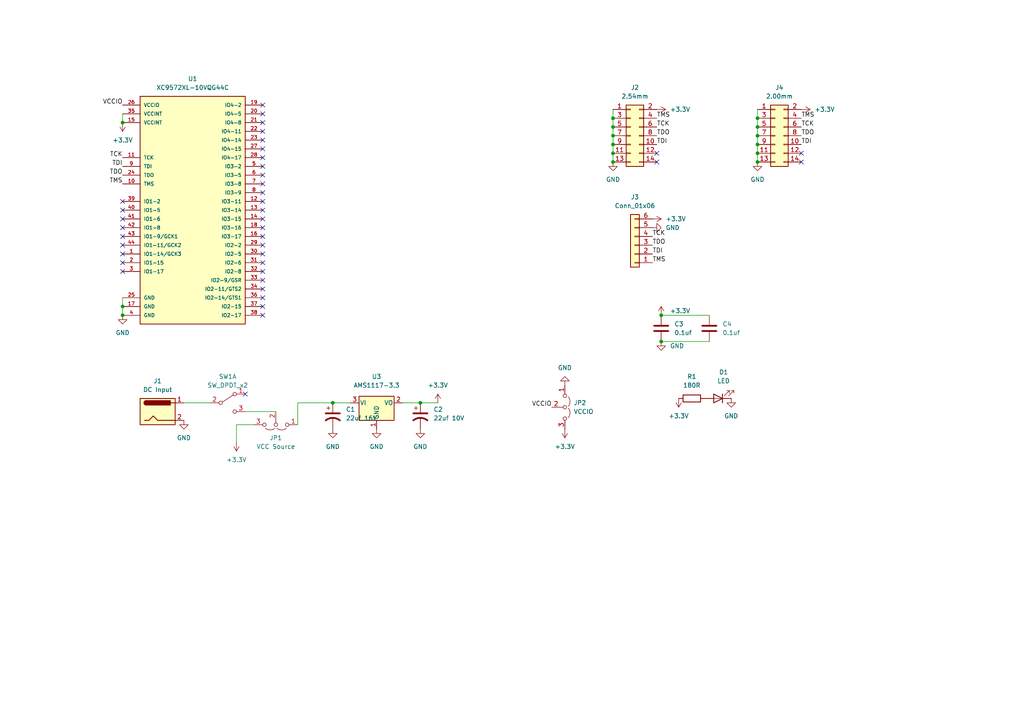
<source format=kicad_sch>
(kicad_sch (version 20230121) (generator eeschema)

  (uuid ef44c9d0-3727-42e1-af89-a6ecd02d0546)

  (paper "A4")

  (lib_symbols
    (symbol "Connector:Barrel_Jack" (pin_names (offset 1.016)) (in_bom yes) (on_board yes)
      (property "Reference" "J" (at 0 5.334 0)
        (effects (font (size 1.27 1.27)))
      )
      (property "Value" "Barrel_Jack" (at 0 -5.08 0)
        (effects (font (size 1.27 1.27)))
      )
      (property "Footprint" "" (at 1.27 -1.016 0)
        (effects (font (size 1.27 1.27)) hide)
      )
      (property "Datasheet" "~" (at 1.27 -1.016 0)
        (effects (font (size 1.27 1.27)) hide)
      )
      (property "ki_keywords" "DC power barrel jack connector" (at 0 0 0)
        (effects (font (size 1.27 1.27)) hide)
      )
      (property "ki_description" "DC Barrel Jack" (at 0 0 0)
        (effects (font (size 1.27 1.27)) hide)
      )
      (property "ki_fp_filters" "BarrelJack*" (at 0 0 0)
        (effects (font (size 1.27 1.27)) hide)
      )
      (symbol "Barrel_Jack_0_1"
        (rectangle (start -5.08 3.81) (end 5.08 -3.81)
          (stroke (width 0.254) (type default))
          (fill (type background))
        )
        (arc (start -3.302 3.175) (mid -3.9342 2.54) (end -3.302 1.905)
          (stroke (width 0.254) (type default))
          (fill (type none))
        )
        (arc (start -3.302 3.175) (mid -3.9342 2.54) (end -3.302 1.905)
          (stroke (width 0.254) (type default))
          (fill (type outline))
        )
        (polyline
          (pts
            (xy 5.08 2.54)
            (xy 3.81 2.54)
          )
          (stroke (width 0.254) (type default))
          (fill (type none))
        )
        (polyline
          (pts
            (xy -3.81 -2.54)
            (xy -2.54 -2.54)
            (xy -1.27 -1.27)
            (xy 0 -2.54)
            (xy 2.54 -2.54)
            (xy 5.08 -2.54)
          )
          (stroke (width 0.254) (type default))
          (fill (type none))
        )
        (rectangle (start 3.683 3.175) (end -3.302 1.905)
          (stroke (width 0.254) (type default))
          (fill (type outline))
        )
      )
      (symbol "Barrel_Jack_1_1"
        (pin passive line (at 7.62 2.54 180) (length 2.54)
          (name "~" (effects (font (size 1.27 1.27))))
          (number "1" (effects (font (size 1.27 1.27))))
        )
        (pin passive line (at 7.62 -2.54 180) (length 2.54)
          (name "~" (effects (font (size 1.27 1.27))))
          (number "2" (effects (font (size 1.27 1.27))))
        )
      )
    )
    (symbol "Connector_Generic:Conn_01x06" (pin_names (offset 1.016) hide) (in_bom yes) (on_board yes)
      (property "Reference" "J" (at 0 7.62 0)
        (effects (font (size 1.27 1.27)))
      )
      (property "Value" "Conn_01x06" (at 0 -10.16 0)
        (effects (font (size 1.27 1.27)))
      )
      (property "Footprint" "" (at 0 0 0)
        (effects (font (size 1.27 1.27)) hide)
      )
      (property "Datasheet" "~" (at 0 0 0)
        (effects (font (size 1.27 1.27)) hide)
      )
      (property "ki_keywords" "connector" (at 0 0 0)
        (effects (font (size 1.27 1.27)) hide)
      )
      (property "ki_description" "Generic connector, single row, 01x06, script generated (kicad-library-utils/schlib/autogen/connector/)" (at 0 0 0)
        (effects (font (size 1.27 1.27)) hide)
      )
      (property "ki_fp_filters" "Connector*:*_1x??_*" (at 0 0 0)
        (effects (font (size 1.27 1.27)) hide)
      )
      (symbol "Conn_01x06_1_1"
        (rectangle (start -1.27 -7.493) (end 0 -7.747)
          (stroke (width 0.1524) (type default))
          (fill (type none))
        )
        (rectangle (start -1.27 -4.953) (end 0 -5.207)
          (stroke (width 0.1524) (type default))
          (fill (type none))
        )
        (rectangle (start -1.27 -2.413) (end 0 -2.667)
          (stroke (width 0.1524) (type default))
          (fill (type none))
        )
        (rectangle (start -1.27 0.127) (end 0 -0.127)
          (stroke (width 0.1524) (type default))
          (fill (type none))
        )
        (rectangle (start -1.27 2.667) (end 0 2.413)
          (stroke (width 0.1524) (type default))
          (fill (type none))
        )
        (rectangle (start -1.27 5.207) (end 0 4.953)
          (stroke (width 0.1524) (type default))
          (fill (type none))
        )
        (rectangle (start -1.27 6.35) (end 1.27 -8.89)
          (stroke (width 0.254) (type default))
          (fill (type background))
        )
        (pin passive line (at -5.08 5.08 0) (length 3.81)
          (name "Pin_1" (effects (font (size 1.27 1.27))))
          (number "1" (effects (font (size 1.27 1.27))))
        )
        (pin passive line (at -5.08 2.54 0) (length 3.81)
          (name "Pin_2" (effects (font (size 1.27 1.27))))
          (number "2" (effects (font (size 1.27 1.27))))
        )
        (pin passive line (at -5.08 0 0) (length 3.81)
          (name "Pin_3" (effects (font (size 1.27 1.27))))
          (number "3" (effects (font (size 1.27 1.27))))
        )
        (pin passive line (at -5.08 -2.54 0) (length 3.81)
          (name "Pin_4" (effects (font (size 1.27 1.27))))
          (number "4" (effects (font (size 1.27 1.27))))
        )
        (pin passive line (at -5.08 -5.08 0) (length 3.81)
          (name "Pin_5" (effects (font (size 1.27 1.27))))
          (number "5" (effects (font (size 1.27 1.27))))
        )
        (pin passive line (at -5.08 -7.62 0) (length 3.81)
          (name "Pin_6" (effects (font (size 1.27 1.27))))
          (number "6" (effects (font (size 1.27 1.27))))
        )
      )
    )
    (symbol "Connector_Generic:Conn_02x07_Odd_Even" (pin_names (offset 1.016) hide) (in_bom yes) (on_board yes)
      (property "Reference" "J" (at 1.27 10.16 0)
        (effects (font (size 1.27 1.27)))
      )
      (property "Value" "Conn_02x07_Odd_Even" (at 1.27 -10.16 0)
        (effects (font (size 1.27 1.27)))
      )
      (property "Footprint" "" (at 0 0 0)
        (effects (font (size 1.27 1.27)) hide)
      )
      (property "Datasheet" "~" (at 0 0 0)
        (effects (font (size 1.27 1.27)) hide)
      )
      (property "ki_keywords" "connector" (at 0 0 0)
        (effects (font (size 1.27 1.27)) hide)
      )
      (property "ki_description" "Generic connector, double row, 02x07, odd/even pin numbering scheme (row 1 odd numbers, row 2 even numbers), script generated (kicad-library-utils/schlib/autogen/connector/)" (at 0 0 0)
        (effects (font (size 1.27 1.27)) hide)
      )
      (property "ki_fp_filters" "Connector*:*_2x??_*" (at 0 0 0)
        (effects (font (size 1.27 1.27)) hide)
      )
      (symbol "Conn_02x07_Odd_Even_1_1"
        (rectangle (start -1.27 -7.493) (end 0 -7.747)
          (stroke (width 0.1524) (type default))
          (fill (type none))
        )
        (rectangle (start -1.27 -4.953) (end 0 -5.207)
          (stroke (width 0.1524) (type default))
          (fill (type none))
        )
        (rectangle (start -1.27 -2.413) (end 0 -2.667)
          (stroke (width 0.1524) (type default))
          (fill (type none))
        )
        (rectangle (start -1.27 0.127) (end 0 -0.127)
          (stroke (width 0.1524) (type default))
          (fill (type none))
        )
        (rectangle (start -1.27 2.667) (end 0 2.413)
          (stroke (width 0.1524) (type default))
          (fill (type none))
        )
        (rectangle (start -1.27 5.207) (end 0 4.953)
          (stroke (width 0.1524) (type default))
          (fill (type none))
        )
        (rectangle (start -1.27 7.747) (end 0 7.493)
          (stroke (width 0.1524) (type default))
          (fill (type none))
        )
        (rectangle (start -1.27 8.89) (end 3.81 -8.89)
          (stroke (width 0.254) (type default))
          (fill (type background))
        )
        (rectangle (start 3.81 -7.493) (end 2.54 -7.747)
          (stroke (width 0.1524) (type default))
          (fill (type none))
        )
        (rectangle (start 3.81 -4.953) (end 2.54 -5.207)
          (stroke (width 0.1524) (type default))
          (fill (type none))
        )
        (rectangle (start 3.81 -2.413) (end 2.54 -2.667)
          (stroke (width 0.1524) (type default))
          (fill (type none))
        )
        (rectangle (start 3.81 0.127) (end 2.54 -0.127)
          (stroke (width 0.1524) (type default))
          (fill (type none))
        )
        (rectangle (start 3.81 2.667) (end 2.54 2.413)
          (stroke (width 0.1524) (type default))
          (fill (type none))
        )
        (rectangle (start 3.81 5.207) (end 2.54 4.953)
          (stroke (width 0.1524) (type default))
          (fill (type none))
        )
        (rectangle (start 3.81 7.747) (end 2.54 7.493)
          (stroke (width 0.1524) (type default))
          (fill (type none))
        )
        (pin passive line (at -5.08 7.62 0) (length 3.81)
          (name "Pin_1" (effects (font (size 1.27 1.27))))
          (number "1" (effects (font (size 1.27 1.27))))
        )
        (pin passive line (at 7.62 -2.54 180) (length 3.81)
          (name "Pin_10" (effects (font (size 1.27 1.27))))
          (number "10" (effects (font (size 1.27 1.27))))
        )
        (pin passive line (at -5.08 -5.08 0) (length 3.81)
          (name "Pin_11" (effects (font (size 1.27 1.27))))
          (number "11" (effects (font (size 1.27 1.27))))
        )
        (pin passive line (at 7.62 -5.08 180) (length 3.81)
          (name "Pin_12" (effects (font (size 1.27 1.27))))
          (number "12" (effects (font (size 1.27 1.27))))
        )
        (pin passive line (at -5.08 -7.62 0) (length 3.81)
          (name "Pin_13" (effects (font (size 1.27 1.27))))
          (number "13" (effects (font (size 1.27 1.27))))
        )
        (pin passive line (at 7.62 -7.62 180) (length 3.81)
          (name "Pin_14" (effects (font (size 1.27 1.27))))
          (number "14" (effects (font (size 1.27 1.27))))
        )
        (pin passive line (at 7.62 7.62 180) (length 3.81)
          (name "Pin_2" (effects (font (size 1.27 1.27))))
          (number "2" (effects (font (size 1.27 1.27))))
        )
        (pin passive line (at -5.08 5.08 0) (length 3.81)
          (name "Pin_3" (effects (font (size 1.27 1.27))))
          (number "3" (effects (font (size 1.27 1.27))))
        )
        (pin passive line (at 7.62 5.08 180) (length 3.81)
          (name "Pin_4" (effects (font (size 1.27 1.27))))
          (number "4" (effects (font (size 1.27 1.27))))
        )
        (pin passive line (at -5.08 2.54 0) (length 3.81)
          (name "Pin_5" (effects (font (size 1.27 1.27))))
          (number "5" (effects (font (size 1.27 1.27))))
        )
        (pin passive line (at 7.62 2.54 180) (length 3.81)
          (name "Pin_6" (effects (font (size 1.27 1.27))))
          (number "6" (effects (font (size 1.27 1.27))))
        )
        (pin passive line (at -5.08 0 0) (length 3.81)
          (name "Pin_7" (effects (font (size 1.27 1.27))))
          (number "7" (effects (font (size 1.27 1.27))))
        )
        (pin passive line (at 7.62 0 180) (length 3.81)
          (name "Pin_8" (effects (font (size 1.27 1.27))))
          (number "8" (effects (font (size 1.27 1.27))))
        )
        (pin passive line (at -5.08 -2.54 0) (length 3.81)
          (name "Pin_9" (effects (font (size 1.27 1.27))))
          (number "9" (effects (font (size 1.27 1.27))))
        )
      )
    )
    (symbol "Device:C" (pin_numbers hide) (pin_names (offset 0.254)) (in_bom yes) (on_board yes)
      (property "Reference" "C" (at 0.635 2.54 0)
        (effects (font (size 1.27 1.27)) (justify left))
      )
      (property "Value" "C" (at 0.635 -2.54 0)
        (effects (font (size 1.27 1.27)) (justify left))
      )
      (property "Footprint" "" (at 0.9652 -3.81 0)
        (effects (font (size 1.27 1.27)) hide)
      )
      (property "Datasheet" "~" (at 0 0 0)
        (effects (font (size 1.27 1.27)) hide)
      )
      (property "ki_keywords" "cap capacitor" (at 0 0 0)
        (effects (font (size 1.27 1.27)) hide)
      )
      (property "ki_description" "Unpolarized capacitor" (at 0 0 0)
        (effects (font (size 1.27 1.27)) hide)
      )
      (property "ki_fp_filters" "C_*" (at 0 0 0)
        (effects (font (size 1.27 1.27)) hide)
      )
      (symbol "C_0_1"
        (polyline
          (pts
            (xy -2.032 -0.762)
            (xy 2.032 -0.762)
          )
          (stroke (width 0.508) (type default))
          (fill (type none))
        )
        (polyline
          (pts
            (xy -2.032 0.762)
            (xy 2.032 0.762)
          )
          (stroke (width 0.508) (type default))
          (fill (type none))
        )
      )
      (symbol "C_1_1"
        (pin passive line (at 0 3.81 270) (length 2.794)
          (name "~" (effects (font (size 1.27 1.27))))
          (number "1" (effects (font (size 1.27 1.27))))
        )
        (pin passive line (at 0 -3.81 90) (length 2.794)
          (name "~" (effects (font (size 1.27 1.27))))
          (number "2" (effects (font (size 1.27 1.27))))
        )
      )
    )
    (symbol "Device:C_Polarized_US" (pin_numbers hide) (pin_names (offset 0.254) hide) (in_bom yes) (on_board yes)
      (property "Reference" "C" (at 0.635 2.54 0)
        (effects (font (size 1.27 1.27)) (justify left))
      )
      (property "Value" "C_Polarized_US" (at 0.635 -2.54 0)
        (effects (font (size 1.27 1.27)) (justify left))
      )
      (property "Footprint" "" (at 0 0 0)
        (effects (font (size 1.27 1.27)) hide)
      )
      (property "Datasheet" "~" (at 0 0 0)
        (effects (font (size 1.27 1.27)) hide)
      )
      (property "ki_keywords" "cap capacitor" (at 0 0 0)
        (effects (font (size 1.27 1.27)) hide)
      )
      (property "ki_description" "Polarized capacitor, US symbol" (at 0 0 0)
        (effects (font (size 1.27 1.27)) hide)
      )
      (property "ki_fp_filters" "CP_*" (at 0 0 0)
        (effects (font (size 1.27 1.27)) hide)
      )
      (symbol "C_Polarized_US_0_1"
        (polyline
          (pts
            (xy -2.032 0.762)
            (xy 2.032 0.762)
          )
          (stroke (width 0.508) (type default))
          (fill (type none))
        )
        (polyline
          (pts
            (xy -1.778 2.286)
            (xy -0.762 2.286)
          )
          (stroke (width 0) (type default))
          (fill (type none))
        )
        (polyline
          (pts
            (xy -1.27 1.778)
            (xy -1.27 2.794)
          )
          (stroke (width 0) (type default))
          (fill (type none))
        )
        (arc (start 2.032 -1.27) (mid 0 -0.5572) (end -2.032 -1.27)
          (stroke (width 0.508) (type default))
          (fill (type none))
        )
      )
      (symbol "C_Polarized_US_1_1"
        (pin passive line (at 0 3.81 270) (length 2.794)
          (name "~" (effects (font (size 1.27 1.27))))
          (number "1" (effects (font (size 1.27 1.27))))
        )
        (pin passive line (at 0 -3.81 90) (length 3.302)
          (name "~" (effects (font (size 1.27 1.27))))
          (number "2" (effects (font (size 1.27 1.27))))
        )
      )
    )
    (symbol "Device:LED" (pin_numbers hide) (pin_names (offset 1.016) hide) (in_bom yes) (on_board yes)
      (property "Reference" "D" (at 0 2.54 0)
        (effects (font (size 1.27 1.27)))
      )
      (property "Value" "LED" (at 0 -2.54 0)
        (effects (font (size 1.27 1.27)))
      )
      (property "Footprint" "" (at 0 0 0)
        (effects (font (size 1.27 1.27)) hide)
      )
      (property "Datasheet" "~" (at 0 0 0)
        (effects (font (size 1.27 1.27)) hide)
      )
      (property "ki_keywords" "LED diode" (at 0 0 0)
        (effects (font (size 1.27 1.27)) hide)
      )
      (property "ki_description" "Light emitting diode" (at 0 0 0)
        (effects (font (size 1.27 1.27)) hide)
      )
      (property "ki_fp_filters" "LED* LED_SMD:* LED_THT:*" (at 0 0 0)
        (effects (font (size 1.27 1.27)) hide)
      )
      (symbol "LED_0_1"
        (polyline
          (pts
            (xy -1.27 -1.27)
            (xy -1.27 1.27)
          )
          (stroke (width 0.254) (type default))
          (fill (type none))
        )
        (polyline
          (pts
            (xy -1.27 0)
            (xy 1.27 0)
          )
          (stroke (width 0) (type default))
          (fill (type none))
        )
        (polyline
          (pts
            (xy 1.27 -1.27)
            (xy 1.27 1.27)
            (xy -1.27 0)
            (xy 1.27 -1.27)
          )
          (stroke (width 0.254) (type default))
          (fill (type none))
        )
        (polyline
          (pts
            (xy -3.048 -0.762)
            (xy -4.572 -2.286)
            (xy -3.81 -2.286)
            (xy -4.572 -2.286)
            (xy -4.572 -1.524)
          )
          (stroke (width 0) (type default))
          (fill (type none))
        )
        (polyline
          (pts
            (xy -1.778 -0.762)
            (xy -3.302 -2.286)
            (xy -2.54 -2.286)
            (xy -3.302 -2.286)
            (xy -3.302 -1.524)
          )
          (stroke (width 0) (type default))
          (fill (type none))
        )
      )
      (symbol "LED_1_1"
        (pin passive line (at -3.81 0 0) (length 2.54)
          (name "K" (effects (font (size 1.27 1.27))))
          (number "1" (effects (font (size 1.27 1.27))))
        )
        (pin passive line (at 3.81 0 180) (length 2.54)
          (name "A" (effects (font (size 1.27 1.27))))
          (number "2" (effects (font (size 1.27 1.27))))
        )
      )
    )
    (symbol "Device:R" (pin_numbers hide) (pin_names (offset 0)) (in_bom yes) (on_board yes)
      (property "Reference" "R" (at 2.032 0 90)
        (effects (font (size 1.27 1.27)))
      )
      (property "Value" "R" (at 0 0 90)
        (effects (font (size 1.27 1.27)))
      )
      (property "Footprint" "" (at -1.778 0 90)
        (effects (font (size 1.27 1.27)) hide)
      )
      (property "Datasheet" "~" (at 0 0 0)
        (effects (font (size 1.27 1.27)) hide)
      )
      (property "ki_keywords" "R res resistor" (at 0 0 0)
        (effects (font (size 1.27 1.27)) hide)
      )
      (property "ki_description" "Resistor" (at 0 0 0)
        (effects (font (size 1.27 1.27)) hide)
      )
      (property "ki_fp_filters" "R_*" (at 0 0 0)
        (effects (font (size 1.27 1.27)) hide)
      )
      (symbol "R_0_1"
        (rectangle (start -1.016 -2.54) (end 1.016 2.54)
          (stroke (width 0.254) (type default))
          (fill (type none))
        )
      )
      (symbol "R_1_1"
        (pin passive line (at 0 3.81 270) (length 1.27)
          (name "~" (effects (font (size 1.27 1.27))))
          (number "1" (effects (font (size 1.27 1.27))))
        )
        (pin passive line (at 0 -3.81 90) (length 1.27)
          (name "~" (effects (font (size 1.27 1.27))))
          (number "2" (effects (font (size 1.27 1.27))))
        )
      )
    )
    (symbol "Jumper:Jumper_3_Open" (pin_names (offset 0) hide) (in_bom yes) (on_board yes)
      (property "Reference" "JP" (at -2.54 -2.54 0)
        (effects (font (size 1.27 1.27)))
      )
      (property "Value" "Jumper_3_Open" (at 0 2.794 0)
        (effects (font (size 1.27 1.27)))
      )
      (property "Footprint" "" (at 0 0 0)
        (effects (font (size 1.27 1.27)) hide)
      )
      (property "Datasheet" "~" (at 0 0 0)
        (effects (font (size 1.27 1.27)) hide)
      )
      (property "ki_keywords" "Jumper SPDT" (at 0 0 0)
        (effects (font (size 1.27 1.27)) hide)
      )
      (property "ki_description" "Jumper, 3-pole, both open" (at 0 0 0)
        (effects (font (size 1.27 1.27)) hide)
      )
      (property "ki_fp_filters" "Jumper* TestPoint*3Pads* TestPoint*Bridge*" (at 0 0 0)
        (effects (font (size 1.27 1.27)) hide)
      )
      (symbol "Jumper_3_Open_0_0"
        (circle (center -3.302 0) (radius 0.508)
          (stroke (width 0) (type default))
          (fill (type none))
        )
        (circle (center 0 0) (radius 0.508)
          (stroke (width 0) (type default))
          (fill (type none))
        )
        (circle (center 3.302 0) (radius 0.508)
          (stroke (width 0) (type default))
          (fill (type none))
        )
      )
      (symbol "Jumper_3_Open_0_1"
        (arc (start -0.254 1.016) (mid -1.651 1.4992) (end -3.048 1.016)
          (stroke (width 0) (type default))
          (fill (type none))
        )
        (polyline
          (pts
            (xy 0 -0.508)
            (xy 0 -1.27)
          )
          (stroke (width 0) (type default))
          (fill (type none))
        )
        (arc (start 3.048 1.016) (mid 1.651 1.4992) (end 0.254 1.016)
          (stroke (width 0) (type default))
          (fill (type none))
        )
      )
      (symbol "Jumper_3_Open_1_1"
        (pin passive line (at -6.35 0 0) (length 2.54)
          (name "A" (effects (font (size 1.27 1.27))))
          (number "1" (effects (font (size 1.27 1.27))))
        )
        (pin passive line (at 0 -3.81 90) (length 2.54)
          (name "C" (effects (font (size 1.27 1.27))))
          (number "2" (effects (font (size 1.27 1.27))))
        )
        (pin passive line (at 6.35 0 180) (length 2.54)
          (name "B" (effects (font (size 1.27 1.27))))
          (number "3" (effects (font (size 1.27 1.27))))
        )
      )
    )
    (symbol "Regulator_Linear:AMS1117-3.3" (pin_names (offset 0.254)) (in_bom yes) (on_board yes)
      (property "Reference" "U" (at -3.81 3.175 0)
        (effects (font (size 1.27 1.27)))
      )
      (property "Value" "AMS1117-3.3" (at 0 3.175 0)
        (effects (font (size 1.27 1.27)) (justify left))
      )
      (property "Footprint" "Package_TO_SOT_SMD:SOT-223-3_TabPin2" (at 0 5.08 0)
        (effects (font (size 1.27 1.27)) hide)
      )
      (property "Datasheet" "http://www.advanced-monolithic.com/pdf/ds1117.pdf" (at 2.54 -6.35 0)
        (effects (font (size 1.27 1.27)) hide)
      )
      (property "ki_keywords" "linear regulator ldo fixed positive" (at 0 0 0)
        (effects (font (size 1.27 1.27)) hide)
      )
      (property "ki_description" "1A Low Dropout regulator, positive, 3.3V fixed output, SOT-223" (at 0 0 0)
        (effects (font (size 1.27 1.27)) hide)
      )
      (property "ki_fp_filters" "SOT?223*TabPin2*" (at 0 0 0)
        (effects (font (size 1.27 1.27)) hide)
      )
      (symbol "AMS1117-3.3_0_1"
        (rectangle (start -5.08 -5.08) (end 5.08 1.905)
          (stroke (width 0.254) (type default))
          (fill (type background))
        )
      )
      (symbol "AMS1117-3.3_1_1"
        (pin power_in line (at 0 -7.62 90) (length 2.54)
          (name "GND" (effects (font (size 1.27 1.27))))
          (number "1" (effects (font (size 1.27 1.27))))
        )
        (pin power_out line (at 7.62 0 180) (length 2.54)
          (name "VO" (effects (font (size 1.27 1.27))))
          (number "2" (effects (font (size 1.27 1.27))))
        )
        (pin power_in line (at -7.62 0 0) (length 2.54)
          (name "VI" (effects (font (size 1.27 1.27))))
          (number "3" (effects (font (size 1.27 1.27))))
        )
      )
    )
    (symbol "Switch:SW_DPDT_x2" (pin_names (offset 0) hide) (in_bom yes) (on_board yes)
      (property "Reference" "SW" (at 0 4.318 0)
        (effects (font (size 1.27 1.27)))
      )
      (property "Value" "SW_DPDT_x2" (at 0 -5.08 0)
        (effects (font (size 1.27 1.27)))
      )
      (property "Footprint" "" (at 0 0 0)
        (effects (font (size 1.27 1.27)) hide)
      )
      (property "Datasheet" "~" (at 0 0 0)
        (effects (font (size 1.27 1.27)) hide)
      )
      (property "ki_keywords" "switch dual-pole double-throw DPDT spdt ON-ON" (at 0 0 0)
        (effects (font (size 1.27 1.27)) hide)
      )
      (property "ki_description" "Switch, dual pole double throw, separate symbols" (at 0 0 0)
        (effects (font (size 1.27 1.27)) hide)
      )
      (property "ki_fp_filters" "SW*DPDT*" (at 0 0 0)
        (effects (font (size 1.27 1.27)) hide)
      )
      (symbol "SW_DPDT_x2_0_0"
        (circle (center -2.032 0) (radius 0.508)
          (stroke (width 0) (type default))
          (fill (type none))
        )
        (circle (center 2.032 -2.54) (radius 0.508)
          (stroke (width 0) (type default))
          (fill (type none))
        )
      )
      (symbol "SW_DPDT_x2_0_1"
        (polyline
          (pts
            (xy -1.524 0.254)
            (xy 1.651 2.286)
          )
          (stroke (width 0) (type default))
          (fill (type none))
        )
        (circle (center 2.032 2.54) (radius 0.508)
          (stroke (width 0) (type default))
          (fill (type none))
        )
      )
      (symbol "SW_DPDT_x2_1_1"
        (pin passive line (at 5.08 2.54 180) (length 2.54)
          (name "A" (effects (font (size 1.27 1.27))))
          (number "1" (effects (font (size 1.27 1.27))))
        )
        (pin passive line (at -5.08 0 0) (length 2.54)
          (name "B" (effects (font (size 1.27 1.27))))
          (number "2" (effects (font (size 1.27 1.27))))
        )
        (pin passive line (at 5.08 -2.54 180) (length 2.54)
          (name "C" (effects (font (size 1.27 1.27))))
          (number "3" (effects (font (size 1.27 1.27))))
        )
      )
      (symbol "SW_DPDT_x2_2_1"
        (pin passive line (at 5.08 2.54 180) (length 2.54)
          (name "A" (effects (font (size 1.27 1.27))))
          (number "4" (effects (font (size 1.27 1.27))))
        )
        (pin passive line (at -5.08 0 0) (length 2.54)
          (name "B" (effects (font (size 1.27 1.27))))
          (number "5" (effects (font (size 1.27 1.27))))
        )
        (pin passive line (at 5.08 -2.54 180) (length 2.54)
          (name "C" (effects (font (size 1.27 1.27))))
          (number "6" (effects (font (size 1.27 1.27))))
        )
      )
    )
    (symbol "XC9572XL-10VQG44C:XC9572XL-10VQG44C" (pin_names (offset 1.016)) (in_bom yes) (on_board yes)
      (property "Reference" "U1" (at 0 38.1 0)
        (effects (font (size 1.27 1.27)))
      )
      (property "Value" "XC9572XL-10VQG44C" (at 0 35.56 0)
        (effects (font (size 1.27 1.27)))
      )
      (property "Footprint" "Tersteeg:PLCC44-QFP44 to DIP44" (at 0 0 0)
        (effects (font (size 1.27 1.27)) (justify bottom) hide)
      )
      (property "Datasheet" "" (at 0 0 0)
        (effects (font (size 1.27 1.27)) hide)
      )
      (symbol "XC9572XL-10VQG44C_0_0"
        (rectangle (start -15.24 -33.02) (end 15.24 33.02)
          (stroke (width 0.254) (type default))
          (fill (type background))
        )
        (pin bidirectional line (at -20.32 -12.7 0) (length 5.08)
          (name "IO1-14/GCK3" (effects (font (size 1.016 1.016))))
          (number "1" (effects (font (size 1.016 1.016))))
        )
        (pin bidirectional line (at -20.32 7.62 0) (length 5.08)
          (name "TMS" (effects (font (size 1.016 1.016))))
          (number "10" (effects (font (size 1.016 1.016))))
        )
        (pin bidirectional line (at -20.32 15.24 0) (length 5.08)
          (name "TCK" (effects (font (size 1.016 1.016))))
          (number "11" (effects (font (size 1.016 1.016))))
        )
        (pin bidirectional line (at 20.32 2.54 180) (length 5.08)
          (name "IO3-11" (effects (font (size 1.016 1.016))))
          (number "12" (effects (font (size 1.016 1.016))))
        )
        (pin bidirectional line (at 20.32 0 180) (length 5.08)
          (name "IO3-14" (effects (font (size 1.016 1.016))))
          (number "13" (effects (font (size 1.016 1.016))))
        )
        (pin bidirectional line (at 20.32 -2.54 180) (length 5.08)
          (name "IO3-15" (effects (font (size 1.016 1.016))))
          (number "14" (effects (font (size 1.016 1.016))))
        )
        (pin bidirectional line (at -20.32 25.4 0) (length 5.08)
          (name "VCCINT" (effects (font (size 1.016 1.016))))
          (number "15" (effects (font (size 1.016 1.016))))
        )
        (pin bidirectional line (at 20.32 -7.62 180) (length 5.08)
          (name "IO3-17" (effects (font (size 1.016 1.016))))
          (number "16" (effects (font (size 1.016 1.016))))
        )
        (pin bidirectional line (at -20.32 -27.94 0) (length 5.08)
          (name "GND" (effects (font (size 1.016 1.016))))
          (number "17" (effects (font (size 1.016 1.016))))
        )
        (pin bidirectional line (at 20.32 -5.08 180) (length 5.08)
          (name "IO3-16" (effects (font (size 1.016 1.016))))
          (number "18" (effects (font (size 1.016 1.016))))
        )
        (pin bidirectional line (at 20.32 30.48 180) (length 5.08)
          (name "IO4-2" (effects (font (size 1.016 1.016))))
          (number "19" (effects (font (size 1.016 1.016))))
        )
        (pin bidirectional line (at -20.32 -15.24 0) (length 5.08)
          (name "IO1-15" (effects (font (size 1.016 1.016))))
          (number "2" (effects (font (size 1.016 1.016))))
        )
        (pin bidirectional line (at 20.32 27.94 180) (length 5.08)
          (name "IO4-5" (effects (font (size 1.016 1.016))))
          (number "20" (effects (font (size 1.016 1.016))))
        )
        (pin bidirectional line (at 20.32 25.4 180) (length 5.08)
          (name "IO4-8" (effects (font (size 1.016 1.016))))
          (number "21" (effects (font (size 1.016 1.016))))
        )
        (pin bidirectional line (at 20.32 22.86 180) (length 5.08)
          (name "IO4-11" (effects (font (size 1.016 1.016))))
          (number "22" (effects (font (size 1.016 1.016))))
        )
        (pin bidirectional line (at 20.32 20.32 180) (length 5.08)
          (name "IO4-14" (effects (font (size 1.016 1.016))))
          (number "23" (effects (font (size 1.016 1.016))))
        )
        (pin bidirectional line (at -20.32 10.16 0) (length 5.08)
          (name "TDO" (effects (font (size 1.016 1.016))))
          (number "24" (effects (font (size 1.016 1.016))))
        )
        (pin bidirectional line (at -20.32 -25.4 0) (length 5.08)
          (name "GND" (effects (font (size 1.016 1.016))))
          (number "25" (effects (font (size 1.016 1.016))))
        )
        (pin bidirectional line (at -20.32 30.48 0) (length 5.08)
          (name "VCCIO" (effects (font (size 1.016 1.016))))
          (number "26" (effects (font (size 1.016 1.016))))
        )
        (pin bidirectional line (at 20.32 17.78 180) (length 5.08)
          (name "IO4-15" (effects (font (size 1.016 1.016))))
          (number "27" (effects (font (size 1.016 1.016))))
        )
        (pin bidirectional line (at 20.32 15.24 180) (length 5.08)
          (name "IO4-17" (effects (font (size 1.016 1.016))))
          (number "28" (effects (font (size 1.016 1.016))))
        )
        (pin bidirectional line (at 20.32 -10.16 180) (length 5.08)
          (name "IO2-2" (effects (font (size 1.016 1.016))))
          (number "29" (effects (font (size 1.016 1.016))))
        )
        (pin bidirectional line (at -20.32 -17.78 0) (length 5.08)
          (name "IO1-17" (effects (font (size 1.016 1.016))))
          (number "3" (effects (font (size 1.016 1.016))))
        )
        (pin bidirectional line (at 20.32 -12.7 180) (length 5.08)
          (name "IO2-5" (effects (font (size 1.016 1.016))))
          (number "30" (effects (font (size 1.016 1.016))))
        )
        (pin bidirectional line (at 20.32 -15.24 180) (length 5.08)
          (name "IO2-6" (effects (font (size 1.016 1.016))))
          (number "31" (effects (font (size 1.016 1.016))))
        )
        (pin bidirectional line (at 20.32 -17.78 180) (length 5.08)
          (name "IO2-8" (effects (font (size 1.016 1.016))))
          (number "32" (effects (font (size 1.016 1.016))))
        )
        (pin bidirectional line (at 20.32 -20.32 180) (length 5.08)
          (name "IO2-9/GSR" (effects (font (size 1.016 1.016))))
          (number "33" (effects (font (size 1.016 1.016))))
        )
        (pin bidirectional line (at 20.32 -22.86 180) (length 5.08)
          (name "IO2-11/GTS2" (effects (font (size 1.016 1.016))))
          (number "34" (effects (font (size 1.016 1.016))))
        )
        (pin bidirectional line (at -20.32 27.94 0) (length 5.08)
          (name "VCCINT" (effects (font (size 1.016 1.016))))
          (number "35" (effects (font (size 1.016 1.016))))
        )
        (pin bidirectional line (at 20.32 -25.4 180) (length 5.08)
          (name "IO2-14/GTS1" (effects (font (size 1.016 1.016))))
          (number "36" (effects (font (size 1.016 1.016))))
        )
        (pin bidirectional line (at 20.32 -27.94 180) (length 5.08)
          (name "IO2-15" (effects (font (size 1.016 1.016))))
          (number "37" (effects (font (size 1.016 1.016))))
        )
        (pin bidirectional line (at 20.32 -30.48 180) (length 5.08)
          (name "IO2-17" (effects (font (size 1.016 1.016))))
          (number "38" (effects (font (size 1.016 1.016))))
        )
        (pin bidirectional line (at -20.32 2.54 0) (length 5.08)
          (name "IO1-2" (effects (font (size 1.016 1.016))))
          (number "39" (effects (font (size 1.016 1.016))))
        )
        (pin bidirectional line (at -20.32 -30.48 0) (length 5.08)
          (name "GND" (effects (font (size 1.016 1.016))))
          (number "4" (effects (font (size 1.016 1.016))))
        )
        (pin bidirectional line (at -20.32 0 0) (length 5.08)
          (name "IO1-5" (effects (font (size 1.016 1.016))))
          (number "40" (effects (font (size 1.016 1.016))))
        )
        (pin bidirectional line (at -20.32 -2.54 0) (length 5.08)
          (name "IO1-6" (effects (font (size 1.016 1.016))))
          (number "41" (effects (font (size 1.016 1.016))))
        )
        (pin bidirectional line (at -20.32 -5.08 0) (length 5.08)
          (name "IO1-8" (effects (font (size 1.016 1.016))))
          (number "42" (effects (font (size 1.016 1.016))))
        )
        (pin bidirectional line (at -20.32 -7.62 0) (length 5.08)
          (name "IO1-9/GCK1" (effects (font (size 1.016 1.016))))
          (number "43" (effects (font (size 1.016 1.016))))
        )
        (pin bidirectional line (at -20.32 -10.16 0) (length 5.08)
          (name "IO1-11/GCK2" (effects (font (size 1.016 1.016))))
          (number "44" (effects (font (size 1.016 1.016))))
        )
        (pin bidirectional line (at 20.32 12.7 180) (length 5.08)
          (name "IO3-2" (effects (font (size 1.016 1.016))))
          (number "5" (effects (font (size 1.016 1.016))))
        )
        (pin bidirectional line (at 20.32 10.16 180) (length 5.08)
          (name "IO3-5" (effects (font (size 1.016 1.016))))
          (number "6" (effects (font (size 1.016 1.016))))
        )
        (pin bidirectional line (at 20.32 7.62 180) (length 5.08)
          (name "IO3-8" (effects (font (size 1.016 1.016))))
          (number "7" (effects (font (size 1.016 1.016))))
        )
        (pin bidirectional line (at 20.32 5.08 180) (length 5.08)
          (name "IO3-9" (effects (font (size 1.016 1.016))))
          (number "8" (effects (font (size 1.016 1.016))))
        )
        (pin bidirectional line (at -20.32 12.7 0) (length 5.08)
          (name "TDI" (effects (font (size 1.016 1.016))))
          (number "9" (effects (font (size 1.016 1.016))))
        )
      )
    )
    (symbol "power:+3.3V" (power) (pin_names (offset 0)) (in_bom yes) (on_board yes)
      (property "Reference" "#PWR" (at 0 -3.81 0)
        (effects (font (size 1.27 1.27)) hide)
      )
      (property "Value" "+3.3V" (at 0 3.556 0)
        (effects (font (size 1.27 1.27)))
      )
      (property "Footprint" "" (at 0 0 0)
        (effects (font (size 1.27 1.27)) hide)
      )
      (property "Datasheet" "" (at 0 0 0)
        (effects (font (size 1.27 1.27)) hide)
      )
      (property "ki_keywords" "power-flag" (at 0 0 0)
        (effects (font (size 1.27 1.27)) hide)
      )
      (property "ki_description" "Power symbol creates a global label with name \"+3.3V\"" (at 0 0 0)
        (effects (font (size 1.27 1.27)) hide)
      )
      (symbol "+3.3V_0_1"
        (polyline
          (pts
            (xy -0.762 1.27)
            (xy 0 2.54)
          )
          (stroke (width 0) (type default))
          (fill (type none))
        )
        (polyline
          (pts
            (xy 0 0)
            (xy 0 2.54)
          )
          (stroke (width 0) (type default))
          (fill (type none))
        )
        (polyline
          (pts
            (xy 0 2.54)
            (xy 0.762 1.27)
          )
          (stroke (width 0) (type default))
          (fill (type none))
        )
      )
      (symbol "+3.3V_1_1"
        (pin power_in line (at 0 0 90) (length 0) hide
          (name "+3.3V" (effects (font (size 1.27 1.27))))
          (number "1" (effects (font (size 1.27 1.27))))
        )
      )
    )
    (symbol "power:GND" (power) (pin_names (offset 0)) (in_bom yes) (on_board yes)
      (property "Reference" "#PWR" (at 0 -6.35 0)
        (effects (font (size 1.27 1.27)) hide)
      )
      (property "Value" "GND" (at 0 -3.81 0)
        (effects (font (size 1.27 1.27)))
      )
      (property "Footprint" "" (at 0 0 0)
        (effects (font (size 1.27 1.27)) hide)
      )
      (property "Datasheet" "" (at 0 0 0)
        (effects (font (size 1.27 1.27)) hide)
      )
      (property "ki_keywords" "power-flag" (at 0 0 0)
        (effects (font (size 1.27 1.27)) hide)
      )
      (property "ki_description" "Power symbol creates a global label with name \"GND\" , ground" (at 0 0 0)
        (effects (font (size 1.27 1.27)) hide)
      )
      (symbol "GND_0_1"
        (polyline
          (pts
            (xy 0 0)
            (xy 0 -1.27)
            (xy 1.27 -1.27)
            (xy 0 -2.54)
            (xy -1.27 -1.27)
            (xy 0 -1.27)
          )
          (stroke (width 0) (type default))
          (fill (type none))
        )
      )
      (symbol "GND_1_1"
        (pin power_in line (at 0 0 270) (length 0) hide
          (name "GND" (effects (font (size 1.27 1.27))))
          (number "1" (effects (font (size 1.27 1.27))))
        )
      )
    )
  )

  (junction (at 177.8 39.37) (diameter 0) (color 0 0 0 0)
    (uuid 07a874d6-08b1-4692-9665-5fe5b3a6d95e)
  )
  (junction (at 35.56 88.9) (diameter 0) (color 0 0 0 0)
    (uuid 0e094b01-2a54-4dc7-afb4-ebe9ef994bd2)
  )
  (junction (at 35.56 91.44) (diameter 0) (color 0 0 0 0)
    (uuid 1ef207b8-5ea1-475c-bd39-7dec4be6c215)
  )
  (junction (at 177.8 34.29) (diameter 0) (color 0 0 0 0)
    (uuid 28fdbd9c-b622-4d08-a449-f9a5cbd5b4ae)
  )
  (junction (at 219.71 39.37) (diameter 0) (color 0 0 0 0)
    (uuid 43cbe62b-8325-4750-9f2a-7fc7b1c8de3f)
  )
  (junction (at 177.8 41.91) (diameter 0) (color 0 0 0 0)
    (uuid 48300a5d-61f5-4590-a321-b60829b10a7e)
  )
  (junction (at 96.52 116.84) (diameter 0) (color 0 0 0 0)
    (uuid 4ba9b0a0-b7ba-4cf8-be0e-3e6461f03d3c)
  )
  (junction (at 191.77 91.44) (diameter 0) (color 0 0 0 0)
    (uuid 55047d72-d584-4d75-a444-8c0710dc4ed7)
  )
  (junction (at 121.92 116.84) (diameter 0) (color 0 0 0 0)
    (uuid 558be701-5ede-45f3-af67-e6923417327e)
  )
  (junction (at 35.56 35.56) (diameter 0) (color 0 0 0 0)
    (uuid 7de0ea73-1a74-4928-a692-671193492be5)
  )
  (junction (at 219.71 44.45) (diameter 0) (color 0 0 0 0)
    (uuid 9b2ded77-a5e6-45ff-bf02-057f3470405c)
  )
  (junction (at 191.77 99.06) (diameter 0) (color 0 0 0 0)
    (uuid 9b62569f-af67-4b62-a9e4-2da55cde75ae)
  )
  (junction (at 177.8 44.45) (diameter 0) (color 0 0 0 0)
    (uuid 9f35d73c-346c-40ca-873f-93b9e9f249e8)
  )
  (junction (at 219.71 34.29) (diameter 0) (color 0 0 0 0)
    (uuid a480c8be-619b-49cb-a9e2-04327c1e14da)
  )
  (junction (at 219.71 41.91) (diameter 0) (color 0 0 0 0)
    (uuid a944f431-fd96-4284-bf80-6643d1b6ce17)
  )
  (junction (at 177.8 36.83) (diameter 0) (color 0 0 0 0)
    (uuid cb83c47c-acfb-46dc-99b9-84a97045100c)
  )
  (junction (at 177.8 46.99) (diameter 0) (color 0 0 0 0)
    (uuid e135c5dc-c72b-4d27-9c92-ff825410d6ad)
  )
  (junction (at 219.71 36.83) (diameter 0) (color 0 0 0 0)
    (uuid e891091f-8b47-44de-8b44-dfda936130e4)
  )
  (junction (at 219.71 46.99) (diameter 0) (color 0 0 0 0)
    (uuid ed92fade-b6e3-436c-b1e6-964538bd2fd3)
  )

  (no_connect (at 232.41 46.99) (uuid 00d37820-0f91-40da-b8a9-fe48c3413429))
  (no_connect (at 232.41 44.45) (uuid 2ef16867-d0bb-4c08-b429-5a4db183f085))
  (no_connect (at 71.12 114.3) (uuid e23482f8-ae16-45a3-939c-1a273b6cfaca))
  (no_connect (at 190.5 44.45) (uuid ebb8733a-f7bb-4b3e-86a5-eeb64da2c92c))
  (no_connect (at 190.5 46.99) (uuid ebb8733a-f7bb-4b3e-86a5-eeb64da2c92d))
  (no_connect (at 76.2 73.66) (uuid feda1dd6-6740-4ee0-80e8-314a16e87ef6))
  (no_connect (at 76.2 68.58) (uuid feda1dd6-6740-4ee0-80e8-314a16e87ef7))
  (no_connect (at 76.2 38.1) (uuid feda1dd6-6740-4ee0-80e8-314a16e87ef8))
  (no_connect (at 76.2 71.12) (uuid feda1dd6-6740-4ee0-80e8-314a16e87ef9))
  (no_connect (at 76.2 60.96) (uuid feda1dd6-6740-4ee0-80e8-314a16e87efa))
  (no_connect (at 76.2 58.42) (uuid feda1dd6-6740-4ee0-80e8-314a16e87efb))
  (no_connect (at 76.2 66.04) (uuid feda1dd6-6740-4ee0-80e8-314a16e87efc))
  (no_connect (at 76.2 63.5) (uuid feda1dd6-6740-4ee0-80e8-314a16e87efd))
  (no_connect (at 76.2 55.88) (uuid feda1dd6-6740-4ee0-80e8-314a16e87efe))
  (no_connect (at 76.2 48.26) (uuid feda1dd6-6740-4ee0-80e8-314a16e87eff))
  (no_connect (at 76.2 53.34) (uuid feda1dd6-6740-4ee0-80e8-314a16e87f00))
  (no_connect (at 76.2 50.8) (uuid feda1dd6-6740-4ee0-80e8-314a16e87f01))
  (no_connect (at 76.2 40.64) (uuid feda1dd6-6740-4ee0-80e8-314a16e87f02))
  (no_connect (at 76.2 35.56) (uuid feda1dd6-6740-4ee0-80e8-314a16e87f03))
  (no_connect (at 76.2 43.18) (uuid feda1dd6-6740-4ee0-80e8-314a16e87f04))
  (no_connect (at 76.2 45.72) (uuid feda1dd6-6740-4ee0-80e8-314a16e87f05))
  (no_connect (at 76.2 33.02) (uuid feda1dd6-6740-4ee0-80e8-314a16e87f06))
  (no_connect (at 76.2 30.48) (uuid feda1dd6-6740-4ee0-80e8-314a16e87f07))
  (no_connect (at 76.2 76.2) (uuid feda1dd6-6740-4ee0-80e8-314a16e87f08))
  (no_connect (at 76.2 78.74) (uuid feda1dd6-6740-4ee0-80e8-314a16e87f09))
  (no_connect (at 76.2 83.82) (uuid feda1dd6-6740-4ee0-80e8-314a16e87f0a))
  (no_connect (at 76.2 81.28) (uuid feda1dd6-6740-4ee0-80e8-314a16e87f0b))
  (no_connect (at 76.2 86.36) (uuid feda1dd6-6740-4ee0-80e8-314a16e87f0c))
  (no_connect (at 35.56 73.66) (uuid feda1dd6-6740-4ee0-80e8-314a16e87f0d))
  (no_connect (at 35.56 66.04) (uuid feda1dd6-6740-4ee0-80e8-314a16e87f0e))
  (no_connect (at 35.56 63.5) (uuid feda1dd6-6740-4ee0-80e8-314a16e87f0f))
  (no_connect (at 35.56 68.58) (uuid feda1dd6-6740-4ee0-80e8-314a16e87f10))
  (no_connect (at 35.56 71.12) (uuid feda1dd6-6740-4ee0-80e8-314a16e87f11))
  (no_connect (at 35.56 78.74) (uuid feda1dd6-6740-4ee0-80e8-314a16e87f12))
  (no_connect (at 35.56 76.2) (uuid feda1dd6-6740-4ee0-80e8-314a16e87f13))
  (no_connect (at 76.2 91.44) (uuid feda1dd6-6740-4ee0-80e8-314a16e87f14))
  (no_connect (at 76.2 88.9) (uuid feda1dd6-6740-4ee0-80e8-314a16e87f15))
  (no_connect (at 35.56 60.96) (uuid feda1dd6-6740-4ee0-80e8-314a16e87f16))
  (no_connect (at 35.56 58.42) (uuid feda1dd6-6740-4ee0-80e8-314a16e87f17))

  (wire (pts (xy 177.8 31.75) (xy 177.8 34.29))
    (stroke (width 0) (type default))
    (uuid 2151ea3f-b227-4beb-92de-5dc2f0a74f48)
  )
  (wire (pts (xy 86.36 123.19) (xy 86.36 116.84))
    (stroke (width 0) (type default))
    (uuid 288105c9-f2cd-419c-b16d-13f9a553596c)
  )
  (wire (pts (xy 219.71 41.91) (xy 219.71 44.45))
    (stroke (width 0) (type default))
    (uuid 2a2e22b1-ea29-4c68-8819-1fc4037a36eb)
  )
  (wire (pts (xy 219.71 39.37) (xy 219.71 41.91))
    (stroke (width 0) (type default))
    (uuid 2ca4f8d2-6084-4880-947b-910cad6e3260)
  )
  (wire (pts (xy 177.8 34.29) (xy 177.8 36.83))
    (stroke (width 0) (type default))
    (uuid 3d01de1e-a062-42d4-bc1b-041c15d5bf33)
  )
  (wire (pts (xy 177.8 39.37) (xy 177.8 41.91))
    (stroke (width 0) (type default))
    (uuid 41e679b5-46c2-4fee-9f92-81bcf433d2b3)
  )
  (wire (pts (xy 86.36 116.84) (xy 96.52 116.84))
    (stroke (width 0) (type default))
    (uuid 4a037e9c-841e-40b8-94f4-2a9c72bd6182)
  )
  (wire (pts (xy 219.71 44.45) (xy 219.71 46.99))
    (stroke (width 0) (type default))
    (uuid 4c10e917-25c1-455f-8471-a1bf53d17854)
  )
  (wire (pts (xy 219.71 31.75) (xy 219.71 34.29))
    (stroke (width 0) (type default))
    (uuid 4e5961a2-6d96-4c35-980b-a2e7befaa85e)
  )
  (wire (pts (xy 71.12 119.38) (xy 80.01 119.38))
    (stroke (width 0) (type default))
    (uuid 60808a86-fdbd-44b8-9332-162e5ad10dac)
  )
  (wire (pts (xy 177.8 36.83) (xy 177.8 39.37))
    (stroke (width 0) (type default))
    (uuid 65c5bbf6-27a1-4b32-a54b-7b4635e1d12e)
  )
  (wire (pts (xy 219.71 34.29) (xy 219.71 36.83))
    (stroke (width 0) (type default))
    (uuid 6a4d78f2-5c9b-441e-bdc1-4be3acada079)
  )
  (wire (pts (xy 68.58 123.19) (xy 68.58 128.27))
    (stroke (width 0) (type default))
    (uuid 6a9259e8-c52a-4ed0-9dd9-9265ffc11f11)
  )
  (wire (pts (xy 219.71 36.83) (xy 219.71 39.37))
    (stroke (width 0) (type default))
    (uuid 73b69b53-35a0-469a-80f0-349b10b1e9b2)
  )
  (wire (pts (xy 121.92 116.84) (xy 127 116.84))
    (stroke (width 0) (type default))
    (uuid 7f4ed4ed-8228-4766-92a8-6b5b21041ab5)
  )
  (wire (pts (xy 177.8 41.91) (xy 177.8 44.45))
    (stroke (width 0) (type default))
    (uuid 88cd726a-d6c9-43a8-ac71-89be68c50d91)
  )
  (wire (pts (xy 191.77 91.44) (xy 205.74 91.44))
    (stroke (width 0) (type default))
    (uuid 9041b08e-56f2-4e61-a77a-a3a557cb13fa)
  )
  (wire (pts (xy 73.66 123.19) (xy 68.58 123.19))
    (stroke (width 0) (type default))
    (uuid 9762d8c8-e168-4fe2-a268-c3fd115dbeee)
  )
  (wire (pts (xy 116.84 116.84) (xy 121.92 116.84))
    (stroke (width 0) (type default))
    (uuid ad7cf2c7-ca23-4783-9235-43fcaeedbcf3)
  )
  (wire (pts (xy 177.8 44.45) (xy 177.8 46.99))
    (stroke (width 0) (type default))
    (uuid b352c172-be95-4376-af28-e4faa2ba1b5c)
  )
  (wire (pts (xy 96.52 116.84) (xy 101.6 116.84))
    (stroke (width 0) (type default))
    (uuid bfea2f5d-882f-41a3-b002-fd4aa143069e)
  )
  (wire (pts (xy 35.56 88.9) (xy 35.56 91.44))
    (stroke (width 0) (type default))
    (uuid c4648292-fa12-4d9b-a9e6-f8f725e21e35)
  )
  (wire (pts (xy 191.77 99.06) (xy 205.74 99.06))
    (stroke (width 0) (type default))
    (uuid c82902b1-3a3a-4624-ae50-ddb6db1734d8)
  )
  (wire (pts (xy 35.56 33.02) (xy 35.56 35.56))
    (stroke (width 0) (type default))
    (uuid cd382ea5-1499-4b86-9d48-f77a75481177)
  )
  (wire (pts (xy 35.56 86.36) (xy 35.56 88.9))
    (stroke (width 0) (type default))
    (uuid db2605c7-ab85-4a44-9758-6e16c96c3852)
  )
  (wire (pts (xy 53.34 116.84) (xy 60.96 116.84))
    (stroke (width 0) (type default))
    (uuid ef8e8496-5231-4782-aaad-e3b554b826aa)
  )

  (label "VCCIO" (at 35.56 30.48 180) (fields_autoplaced)
    (effects (font (size 1.27 1.27)) (justify right bottom))
    (uuid 0a23ecc0-6c40-4a9f-900a-00985df57bf3)
  )
  (label "TDO" (at 232.41 39.37 0) (fields_autoplaced)
    (effects (font (size 1.27 1.27)) (justify left bottom))
    (uuid 0b07e504-eddf-4f83-8ff9-48e386795106)
  )
  (label "TDI" (at 35.56 48.26 180) (fields_autoplaced)
    (effects (font (size 1.27 1.27)) (justify right bottom))
    (uuid 15dd1301-3f26-41c4-b0f9-af2f8fb8de52)
  )
  (label "VCCIO" (at 160.02 118.11 180) (fields_autoplaced)
    (effects (font (size 1.27 1.27)) (justify right bottom))
    (uuid 3732fecd-a510-4fc2-bd97-080b7dcb1f20)
  )
  (label "TCK" (at 232.41 36.83 0) (fields_autoplaced)
    (effects (font (size 1.27 1.27)) (justify left bottom))
    (uuid 38f46b9c-e71d-4fec-bee8-2288a7cc078d)
  )
  (label "TDI" (at 190.5 41.91 0) (fields_autoplaced)
    (effects (font (size 1.27 1.27)) (justify left bottom))
    (uuid 467f6dfc-32bf-4c88-911b-dd3e144341c6)
  )
  (label "TMS" (at 35.56 53.34 180) (fields_autoplaced)
    (effects (font (size 1.27 1.27)) (justify right bottom))
    (uuid 571347d1-e911-4256-be25-19a09426e3df)
  )
  (label "TMS" (at 190.5 34.29 0) (fields_autoplaced)
    (effects (font (size 1.27 1.27)) (justify left bottom))
    (uuid 70e02695-6824-46f3-a70f-6deccdca7c9c)
  )
  (label "TDO" (at 35.56 50.8 180) (fields_autoplaced)
    (effects (font (size 1.27 1.27)) (justify right bottom))
    (uuid 7af7b1f0-6112-4b8a-a05a-ef8bd19205a3)
  )
  (label "TCK" (at 189.23 68.58 0) (fields_autoplaced)
    (effects (font (size 1.27 1.27)) (justify left bottom))
    (uuid 9ab3e331-ea7b-44a4-80ce-621626232283)
  )
  (label "TDO" (at 189.23 71.12 0) (fields_autoplaced)
    (effects (font (size 1.27 1.27)) (justify left bottom))
    (uuid a6795efb-665f-458e-820c-6eaa0a408735)
  )
  (label "TDI" (at 232.41 41.91 0) (fields_autoplaced)
    (effects (font (size 1.27 1.27)) (justify left bottom))
    (uuid af8dadb2-7446-4314-a023-8a99d66906eb)
  )
  (label "TCK" (at 35.56 45.72 180) (fields_autoplaced)
    (effects (font (size 1.27 1.27)) (justify right bottom))
    (uuid b457bd13-b877-4fbf-ad7a-25053d666ef2)
  )
  (label "TDI" (at 189.23 73.66 0) (fields_autoplaced)
    (effects (font (size 1.27 1.27)) (justify left bottom))
    (uuid cce203f7-8001-4ab1-baf6-d7ddf962e084)
  )
  (label "TMS" (at 232.41 34.29 0) (fields_autoplaced)
    (effects (font (size 1.27 1.27)) (justify left bottom))
    (uuid d0bd5751-4524-4016-8cce-69d42b36109f)
  )
  (label "TMS" (at 189.23 76.2 0) (fields_autoplaced)
    (effects (font (size 1.27 1.27)) (justify left bottom))
    (uuid e30066b1-e7f0-45fe-8ef1-ac8924a8c84c)
  )
  (label "TDO" (at 190.5 39.37 0) (fields_autoplaced)
    (effects (font (size 1.27 1.27)) (justify left bottom))
    (uuid f7294aef-cef7-42fd-b4f6-2d33368dcf08)
  )
  (label "TCK" (at 190.5 36.83 0) (fields_autoplaced)
    (effects (font (size 1.27 1.27)) (justify left bottom))
    (uuid fceb9d51-0eb3-4de8-8fe1-4c362be91737)
  )

  (symbol (lib_id "power:+3.3V") (at 68.58 128.27 180) (unit 1)
    (in_bom yes) (on_board yes) (dnp no) (fields_autoplaced)
    (uuid 01935449-3317-4ad4-8aad-5f5b19c9d5b7)
    (property "Reference" "#PWR09" (at 68.58 124.46 0)
      (effects (font (size 1.27 1.27)) hide)
    )
    (property "Value" "+3.3V" (at 68.58 133.35 0)
      (effects (font (size 1.27 1.27)))
    )
    (property "Footprint" "" (at 68.58 128.27 0)
      (effects (font (size 1.27 1.27)) hide)
    )
    (property "Datasheet" "" (at 68.58 128.27 0)
      (effects (font (size 1.27 1.27)) hide)
    )
    (pin "1" (uuid 3f2ab628-9185-4def-b9b0-3fc0ab80857e))
    (instances
      (project "XGECU-QFP44-Adapter"
        (path "/ef44c9d0-3727-42e1-af89-a6ecd02d0546"
          (reference "#PWR09") (unit 1)
        )
      )
    )
  )

  (symbol (lib_id "power:+3.3V") (at 191.77 91.44 0) (unit 1)
    (in_bom yes) (on_board yes) (dnp no) (fields_autoplaced)
    (uuid 070ef46b-94e4-4005-a029-bb186f8e1896)
    (property "Reference" "#PWR016" (at 191.77 95.25 0)
      (effects (font (size 1.27 1.27)) hide)
    )
    (property "Value" "+3.3V" (at 194.31 90.1699 0)
      (effects (font (size 1.27 1.27)) (justify left))
    )
    (property "Footprint" "" (at 191.77 91.44 0)
      (effects (font (size 1.27 1.27)) hide)
    )
    (property "Datasheet" "" (at 191.77 91.44 0)
      (effects (font (size 1.27 1.27)) hide)
    )
    (pin "1" (uuid 7325bb60-5357-4cb4-8bc4-85325e6a8033))
    (instances
      (project "XGECU-QFP44-Adapter"
        (path "/ef44c9d0-3727-42e1-af89-a6ecd02d0546"
          (reference "#PWR016") (unit 1)
        )
      )
    )
  )

  (symbol (lib_id "Connector:Barrel_Jack") (at 45.72 119.38 0) (unit 1)
    (in_bom yes) (on_board yes) (dnp no) (fields_autoplaced)
    (uuid 07b8476b-6f68-4f28-96db-0020713f9445)
    (property "Reference" "J1" (at 45.72 110.49 0)
      (effects (font (size 1.27 1.27)))
    )
    (property "Value" "DC Input" (at 45.72 113.03 0)
      (effects (font (size 1.27 1.27)))
    )
    (property "Footprint" "Connector_BarrelJack:BarrelJack_Horizontal" (at 46.99 120.396 0)
      (effects (font (size 1.27 1.27)) hide)
    )
    (property "Datasheet" "~" (at 46.99 120.396 0)
      (effects (font (size 1.27 1.27)) hide)
    )
    (pin "1" (uuid d430b451-15f3-41b4-b2df-6fe01e88bd93))
    (pin "2" (uuid 690db2ba-4bba-4155-8ee1-7c1809d1f65a))
    (instances
      (project "XGECU-QFP44-Adapter"
        (path "/ef44c9d0-3727-42e1-af89-a6ecd02d0546"
          (reference "J1") (unit 1)
        )
      )
    )
  )

  (symbol (lib_id "Regulator_Linear:AMS1117-3.3") (at 109.22 116.84 0) (unit 1)
    (in_bom yes) (on_board yes) (dnp no) (fields_autoplaced)
    (uuid 0c5bc3a8-afa0-4a63-a3f9-da4ba074a1dd)
    (property "Reference" "U3" (at 109.22 109.22 0)
      (effects (font (size 1.27 1.27)))
    )
    (property "Value" "AMS1117-3.3" (at 109.22 111.76 0)
      (effects (font (size 1.27 1.27)))
    )
    (property "Footprint" "Package_TO_SOT_SMD:SOT-223-3_TabPin2" (at 109.22 111.76 0)
      (effects (font (size 1.27 1.27)) hide)
    )
    (property "Datasheet" "http://www.advanced-monolithic.com/pdf/ds1117.pdf" (at 111.76 123.19 0)
      (effects (font (size 1.27 1.27)) hide)
    )
    (pin "1" (uuid e5749035-b140-4630-bcc7-20ede0daef08))
    (pin "2" (uuid 86b1e156-50a5-43ce-bf11-de27261ad983))
    (pin "3" (uuid 6e7902ea-1edc-48c7-973c-ccc38756726f))
    (instances
      (project "XGECU-QFP44-Adapter"
        (path "/ef44c9d0-3727-42e1-af89-a6ecd02d0546"
          (reference "U3") (unit 1)
        )
      )
    )
  )

  (symbol (lib_id "power:+3.3V") (at 35.56 35.56 180) (unit 1)
    (in_bom yes) (on_board yes) (dnp no) (fields_autoplaced)
    (uuid 0e639081-e3b2-4dc5-becf-e532b1c17bb1)
    (property "Reference" "#PWR01" (at 35.56 31.75 0)
      (effects (font (size 1.27 1.27)) hide)
    )
    (property "Value" "+3.3V" (at 35.56 40.64 0)
      (effects (font (size 1.27 1.27)))
    )
    (property "Footprint" "" (at 35.56 35.56 0)
      (effects (font (size 1.27 1.27)) hide)
    )
    (property "Datasheet" "" (at 35.56 35.56 0)
      (effects (font (size 1.27 1.27)) hide)
    )
    (pin "1" (uuid 036dd688-c560-4f76-be9b-d0d79784d97e))
    (instances
      (project "XGECU-QFP44-Adapter"
        (path "/ef44c9d0-3727-42e1-af89-a6ecd02d0546"
          (reference "#PWR01") (unit 1)
        )
      )
    )
  )

  (symbol (lib_id "Jumper:Jumper_3_Open") (at 80.01 123.19 180) (unit 1)
    (in_bom yes) (on_board yes) (dnp no) (fields_autoplaced)
    (uuid 113f4281-e7d2-4c88-ba72-9df99a10842a)
    (property "Reference" "JP1" (at 80.01 127 0)
      (effects (font (size 1.27 1.27)))
    )
    (property "Value" "VCC Source" (at 80.01 129.54 0)
      (effects (font (size 1.27 1.27)))
    )
    (property "Footprint" "Connector_PinHeader_2.54mm:PinHeader_1x03_P2.54mm_Vertical" (at 80.01 123.19 0)
      (effects (font (size 1.27 1.27)) hide)
    )
    (property "Datasheet" "~" (at 80.01 123.19 0)
      (effects (font (size 1.27 1.27)) hide)
    )
    (pin "1" (uuid facf301d-2379-46b6-9f77-b1aa938bf2e9))
    (pin "2" (uuid ca002a02-86b5-4c51-ae84-fd4589558f31))
    (pin "3" (uuid c9619905-4228-4d62-bb32-91c733822ba5))
    (instances
      (project "XGECU-QFP44-Adapter"
        (path "/ef44c9d0-3727-42e1-af89-a6ecd02d0546"
          (reference "JP1") (unit 1)
        )
      )
    )
  )

  (symbol (lib_id "Device:R") (at 200.66 115.57 90) (unit 1)
    (in_bom yes) (on_board yes) (dnp no) (fields_autoplaced)
    (uuid 23d3eab2-644b-4ddc-9325-a9ab5b566d65)
    (property "Reference" "R1" (at 200.66 109.22 90)
      (effects (font (size 1.27 1.27)))
    )
    (property "Value" "180R" (at 200.66 111.76 90)
      (effects (font (size 1.27 1.27)))
    )
    (property "Footprint" "Resistor_SMD:R_0805_2012Metric_Pad1.20x1.40mm_HandSolder" (at 200.66 117.348 90)
      (effects (font (size 1.27 1.27)) hide)
    )
    (property "Datasheet" "~" (at 200.66 115.57 0)
      (effects (font (size 1.27 1.27)) hide)
    )
    (pin "1" (uuid 4329c6b3-7ad4-491c-81f9-e7e3957f9a7a))
    (pin "2" (uuid 823a9a13-3582-4c20-8d9d-62bda9227416))
    (instances
      (project "XGECU-QFP44-Adapter"
        (path "/ef44c9d0-3727-42e1-af89-a6ecd02d0546"
          (reference "R1") (unit 1)
        )
      )
    )
  )

  (symbol (lib_id "Device:C_Polarized_US") (at 96.52 120.65 0) (unit 1)
    (in_bom yes) (on_board yes) (dnp no) (fields_autoplaced)
    (uuid 366b25cf-c733-49df-a9b6-341ca5559b8a)
    (property "Reference" "C1" (at 100.33 118.7449 0)
      (effects (font (size 1.27 1.27)) (justify left))
    )
    (property "Value" "22uf 16V" (at 100.33 121.2849 0)
      (effects (font (size 1.27 1.27)) (justify left))
    )
    (property "Footprint" "Capacitor_Tantalum_SMD:CP_EIA-3216-10_Kemet-I_Pad1.58x1.35mm_HandSolder" (at 96.52 120.65 0)
      (effects (font (size 1.27 1.27)) hide)
    )
    (property "Datasheet" "~" (at 96.52 120.65 0)
      (effects (font (size 1.27 1.27)) hide)
    )
    (pin "1" (uuid c7bbd551-e259-4cca-b456-ca7266bd27bc))
    (pin "2" (uuid 0a63e3ae-40f4-40dd-a2db-376d5e285887))
    (instances
      (project "XGECU-QFP44-Adapter"
        (path "/ef44c9d0-3727-42e1-af89-a6ecd02d0546"
          (reference "C1") (unit 1)
        )
      )
    )
  )

  (symbol (lib_id "power:+3.3V") (at 127 116.84 0) (unit 1)
    (in_bom yes) (on_board yes) (dnp no) (fields_autoplaced)
    (uuid 3ebbf6e8-b3f9-43ac-aa11-a3cdaefd9c3b)
    (property "Reference" "#PWR013" (at 127 120.65 0)
      (effects (font (size 1.27 1.27)) hide)
    )
    (property "Value" "+3.3V" (at 127 111.76 0)
      (effects (font (size 1.27 1.27)))
    )
    (property "Footprint" "" (at 127 116.84 0)
      (effects (font (size 1.27 1.27)) hide)
    )
    (property "Datasheet" "" (at 127 116.84 0)
      (effects (font (size 1.27 1.27)) hide)
    )
    (pin "1" (uuid 216620b1-a245-490a-81a4-f336104c5dc6))
    (instances
      (project "XGECU-QFP44-Adapter"
        (path "/ef44c9d0-3727-42e1-af89-a6ecd02d0546"
          (reference "#PWR013") (unit 1)
        )
      )
    )
  )

  (symbol (lib_id "power:+3.3V") (at 189.23 63.5 270) (unit 1)
    (in_bom yes) (on_board yes) (dnp no) (fields_autoplaced)
    (uuid 4ac03e50-f93c-45ce-9644-6310573c8b32)
    (property "Reference" "#PWR06" (at 185.42 63.5 0)
      (effects (font (size 1.27 1.27)) hide)
    )
    (property "Value" "+3.3V" (at 193.04 63.4999 90)
      (effects (font (size 1.27 1.27)) (justify left))
    )
    (property "Footprint" "" (at 189.23 63.5 0)
      (effects (font (size 1.27 1.27)) hide)
    )
    (property "Datasheet" "" (at 189.23 63.5 0)
      (effects (font (size 1.27 1.27)) hide)
    )
    (pin "1" (uuid 2beff003-3216-4c46-b760-0558807283ba))
    (instances
      (project "XGECU-QFP44-Adapter"
        (path "/ef44c9d0-3727-42e1-af89-a6ecd02d0546"
          (reference "#PWR06") (unit 1)
        )
      )
    )
  )

  (symbol (lib_id "power:GND") (at 191.77 99.06 0) (unit 1)
    (in_bom yes) (on_board yes) (dnp no) (fields_autoplaced)
    (uuid 4b778cda-b2b1-40c3-919a-ee4c8841c995)
    (property "Reference" "#PWR017" (at 191.77 105.41 0)
      (effects (font (size 1.27 1.27)) hide)
    )
    (property "Value" "GND" (at 194.31 100.3299 0)
      (effects (font (size 1.27 1.27)) (justify left))
    )
    (property "Footprint" "" (at 191.77 99.06 0)
      (effects (font (size 1.27 1.27)) hide)
    )
    (property "Datasheet" "" (at 191.77 99.06 0)
      (effects (font (size 1.27 1.27)) hide)
    )
    (pin "1" (uuid dc381318-9fa6-4715-a147-309b1e93da2d))
    (instances
      (project "XGECU-QFP44-Adapter"
        (path "/ef44c9d0-3727-42e1-af89-a6ecd02d0546"
          (reference "#PWR017") (unit 1)
        )
      )
    )
  )

  (symbol (lib_id "Connector_Generic:Conn_02x07_Odd_Even") (at 224.79 39.37 0) (unit 1)
    (in_bom yes) (on_board yes) (dnp no) (fields_autoplaced)
    (uuid 53a41b58-d8a9-4b7b-ba39-3d5961c97338)
    (property "Reference" "J4" (at 226.06 25.4 0)
      (effects (font (size 1.27 1.27)))
    )
    (property "Value" "2.00mm" (at 226.06 27.94 0)
      (effects (font (size 1.27 1.27)))
    )
    (property "Footprint" "Tersteeg:IDC-Header_2x07_P2.00mm_Vertical" (at 224.79 39.37 0)
      (effects (font (size 1.27 1.27)) hide)
    )
    (property "Datasheet" "~" (at 224.79 39.37 0)
      (effects (font (size 1.27 1.27)) hide)
    )
    (pin "1" (uuid ab5c0ffb-1531-421d-be78-c2a207015a7a))
    (pin "10" (uuid 75864919-e20d-44b3-a575-3a5891e89ac4))
    (pin "11" (uuid 41a4a2f0-60b0-41c4-b287-eec93afc21c7))
    (pin "12" (uuid 48350b90-8c9a-4f67-84da-a719e9c6dc1e))
    (pin "13" (uuid f0a528f5-1409-438c-951a-3e0d04d1d19d))
    (pin "14" (uuid 3f5f5193-0423-442a-9712-ae238c2b8f16))
    (pin "2" (uuid b2615c64-cc58-468e-a257-a085f2877247))
    (pin "3" (uuid 2075ec02-e30a-4bf5-9a0c-8965621a49ff))
    (pin "4" (uuid 60648677-8c67-4496-9d09-e0050fd2a54f))
    (pin "5" (uuid 271a0a7b-f82e-4f5d-8f8f-c699ac72a4b4))
    (pin "6" (uuid ff6f19ca-89ca-4b47-a57b-e60c5e50aade))
    (pin "7" (uuid 0399cbd7-7a11-4190-b6a1-19534c94f6b5))
    (pin "8" (uuid c3e70ef6-1fb3-4a1b-8b74-9326e7f0dcc1))
    (pin "9" (uuid 5964962c-90a8-4f09-96e4-13c6936e4a97))
    (instances
      (project "XGECU-QFP44-Adapter"
        (path "/ef44c9d0-3727-42e1-af89-a6ecd02d0546"
          (reference "J4") (unit 1)
        )
      )
    )
  )

  (symbol (lib_id "Jumper:Jumper_3_Open") (at 163.83 118.11 270) (unit 1)
    (in_bom yes) (on_board yes) (dnp no) (fields_autoplaced)
    (uuid 6403ae27-79c7-4ccc-861c-b8b58de6bb12)
    (property "Reference" "JP2" (at 166.37 116.8399 90)
      (effects (font (size 1.27 1.27)) (justify left))
    )
    (property "Value" "VCCIO" (at 166.37 119.3799 90)
      (effects (font (size 1.27 1.27)) (justify left))
    )
    (property "Footprint" "Connector_PinHeader_2.54mm:PinHeader_1x03_P2.54mm_Vertical" (at 163.83 118.11 0)
      (effects (font (size 1.27 1.27)) hide)
    )
    (property "Datasheet" "~" (at 163.83 118.11 0)
      (effects (font (size 1.27 1.27)) hide)
    )
    (pin "1" (uuid ca665df9-d879-4e5d-b8ba-b6f382aeef74))
    (pin "2" (uuid ec355aac-4064-4f3b-a6fa-826cec1c25cf))
    (pin "3" (uuid 7e3d3b33-9697-42c0-994f-4635dc874d8c))
    (instances
      (project "XGECU-QFP44-Adapter"
        (path "/ef44c9d0-3727-42e1-af89-a6ecd02d0546"
          (reference "JP2") (unit 1)
        )
      )
    )
  )

  (symbol (lib_id "power:GND") (at 163.83 111.76 180) (unit 1)
    (in_bom yes) (on_board yes) (dnp no) (fields_autoplaced)
    (uuid 671d8d8b-f372-4b06-942e-bae7de578930)
    (property "Reference" "#PWR015" (at 163.83 105.41 0)
      (effects (font (size 1.27 1.27)) hide)
    )
    (property "Value" "GND" (at 163.83 106.68 0)
      (effects (font (size 1.27 1.27)))
    )
    (property "Footprint" "" (at 163.83 111.76 0)
      (effects (font (size 1.27 1.27)) hide)
    )
    (property "Datasheet" "" (at 163.83 111.76 0)
      (effects (font (size 1.27 1.27)) hide)
    )
    (pin "1" (uuid a542f895-ed97-424b-ab1a-60973201f3f4))
    (instances
      (project "XGECU-QFP44-Adapter"
        (path "/ef44c9d0-3727-42e1-af89-a6ecd02d0546"
          (reference "#PWR015") (unit 1)
        )
      )
    )
  )

  (symbol (lib_id "power:+3.3V") (at 232.41 31.75 270) (unit 1)
    (in_bom yes) (on_board yes) (dnp no) (fields_autoplaced)
    (uuid 6a11806e-745e-4346-9cb2-237c70e03780)
    (property "Reference" "#PWR0101" (at 228.6 31.75 0)
      (effects (font (size 1.27 1.27)) hide)
    )
    (property "Value" "+3.3V" (at 236.22 31.7499 90)
      (effects (font (size 1.27 1.27)) (justify left))
    )
    (property "Footprint" "" (at 232.41 31.75 0)
      (effects (font (size 1.27 1.27)) hide)
    )
    (property "Datasheet" "" (at 232.41 31.75 0)
      (effects (font (size 1.27 1.27)) hide)
    )
    (pin "1" (uuid 2a8dc163-20ca-48bd-9527-f77fd2f10a6c))
    (instances
      (project "XGECU-QFP44-Adapter"
        (path "/ef44c9d0-3727-42e1-af89-a6ecd02d0546"
          (reference "#PWR0101") (unit 1)
        )
      )
    )
  )

  (symbol (lib_id "Switch:SW_DPDT_x2") (at 66.04 116.84 0) (unit 1)
    (in_bom yes) (on_board yes) (dnp no) (fields_autoplaced)
    (uuid 6d4b2730-0d97-4392-ae27-1d40c7910648)
    (property "Reference" "SW1" (at 66.04 109.22 0)
      (effects (font (size 1.27 1.27)))
    )
    (property "Value" "SW_DPDT_x2" (at 66.04 111.76 0)
      (effects (font (size 1.27 1.27)))
    )
    (property "Footprint" "Tersteeg:KFC8.5x8.5 DPDT Push Switch" (at 66.04 116.84 0)
      (effects (font (size 1.27 1.27)) hide)
    )
    (property "Datasheet" "~" (at 66.04 116.84 0)
      (effects (font (size 1.27 1.27)) hide)
    )
    (pin "1" (uuid f8e0fb03-fd44-4bcb-90e8-0dc73c9d3d38))
    (pin "2" (uuid 0d1a9ea5-b6d2-4cf5-9b31-89e22ba1a951))
    (pin "3" (uuid 0bd72807-79be-4e2e-89f8-a78ae0dd70b4))
    (pin "4" (uuid 06246170-d87b-4eb2-9a5d-927eb7e9208a))
    (pin "5" (uuid 3090b57e-498c-4167-a833-4d41eac97f89))
    (pin "6" (uuid c9af576e-3a2f-49d8-9422-909e6d0444ae))
    (instances
      (project "XGECU-QFP44-Adapter"
        (path "/ef44c9d0-3727-42e1-af89-a6ecd02d0546"
          (reference "SW1") (unit 1)
        )
      )
    )
  )

  (symbol (lib_id "power:GND") (at 177.8 46.99 0) (unit 1)
    (in_bom yes) (on_board yes) (dnp no) (fields_autoplaced)
    (uuid 6df81df0-5db6-45ea-911c-e4071c267dc0)
    (property "Reference" "#PWR04" (at 177.8 53.34 0)
      (effects (font (size 1.27 1.27)) hide)
    )
    (property "Value" "GND" (at 177.8 52.07 0)
      (effects (font (size 1.27 1.27)))
    )
    (property "Footprint" "" (at 177.8 46.99 0)
      (effects (font (size 1.27 1.27)) hide)
    )
    (property "Datasheet" "" (at 177.8 46.99 0)
      (effects (font (size 1.27 1.27)) hide)
    )
    (pin "1" (uuid 5ba88d1b-8fc9-4500-a18e-3cce6358cb55))
    (instances
      (project "XGECU-QFP44-Adapter"
        (path "/ef44c9d0-3727-42e1-af89-a6ecd02d0546"
          (reference "#PWR04") (unit 1)
        )
      )
    )
  )

  (symbol (lib_id "power:GND") (at 109.22 124.46 0) (unit 1)
    (in_bom yes) (on_board yes) (dnp no) (fields_autoplaced)
    (uuid 7bc92b19-053b-443d-9bfc-610979b7c04b)
    (property "Reference" "#PWR011" (at 109.22 130.81 0)
      (effects (font (size 1.27 1.27)) hide)
    )
    (property "Value" "GND" (at 109.22 129.54 0)
      (effects (font (size 1.27 1.27)))
    )
    (property "Footprint" "" (at 109.22 124.46 0)
      (effects (font (size 1.27 1.27)) hide)
    )
    (property "Datasheet" "" (at 109.22 124.46 0)
      (effects (font (size 1.27 1.27)) hide)
    )
    (pin "1" (uuid b5c10184-c543-4ed5-b0c3-ad8915a7379a))
    (instances
      (project "XGECU-QFP44-Adapter"
        (path "/ef44c9d0-3727-42e1-af89-a6ecd02d0546"
          (reference "#PWR011") (unit 1)
        )
      )
    )
  )

  (symbol (lib_id "power:GND") (at 53.34 121.92 0) (unit 1)
    (in_bom yes) (on_board yes) (dnp no) (fields_autoplaced)
    (uuid 85b61970-6a1c-44da-bbce-f1c7123525b6)
    (property "Reference" "#PWR08" (at 53.34 128.27 0)
      (effects (font (size 1.27 1.27)) hide)
    )
    (property "Value" "GND" (at 53.34 127 0)
      (effects (font (size 1.27 1.27)))
    )
    (property "Footprint" "" (at 53.34 121.92 0)
      (effects (font (size 1.27 1.27)) hide)
    )
    (property "Datasheet" "" (at 53.34 121.92 0)
      (effects (font (size 1.27 1.27)) hide)
    )
    (pin "1" (uuid f0724125-eb28-472d-9f67-d40203823fde))
    (instances
      (project "XGECU-QFP44-Adapter"
        (path "/ef44c9d0-3727-42e1-af89-a6ecd02d0546"
          (reference "#PWR08") (unit 1)
        )
      )
    )
  )

  (symbol (lib_id "power:GND") (at 96.52 124.46 0) (unit 1)
    (in_bom yes) (on_board yes) (dnp no) (fields_autoplaced)
    (uuid 8a14743c-9967-4d0b-8f5c-2b29b8adc51e)
    (property "Reference" "#PWR010" (at 96.52 130.81 0)
      (effects (font (size 1.27 1.27)) hide)
    )
    (property "Value" "GND" (at 96.52 129.54 0)
      (effects (font (size 1.27 1.27)))
    )
    (property "Footprint" "" (at 96.52 124.46 0)
      (effects (font (size 1.27 1.27)) hide)
    )
    (property "Datasheet" "" (at 96.52 124.46 0)
      (effects (font (size 1.27 1.27)) hide)
    )
    (pin "1" (uuid 05c28d8a-c790-4a18-aa55-d1c3aab24715))
    (instances
      (project "XGECU-QFP44-Adapter"
        (path "/ef44c9d0-3727-42e1-af89-a6ecd02d0546"
          (reference "#PWR010") (unit 1)
        )
      )
    )
  )

  (symbol (lib_id "Connector_Generic:Conn_01x06") (at 184.15 71.12 180) (unit 1)
    (in_bom yes) (on_board yes) (dnp no) (fields_autoplaced)
    (uuid 906f6305-0717-41e1-8dcb-eddb0b84c530)
    (property "Reference" "J3" (at 184.15 57.15 0)
      (effects (font (size 1.27 1.27)))
    )
    (property "Value" "Conn_01x06" (at 184.15 59.69 0)
      (effects (font (size 1.27 1.27)))
    )
    (property "Footprint" "Connector_PinHeader_2.54mm:PinHeader_1x06_P2.54mm_Horizontal" (at 184.15 71.12 0)
      (effects (font (size 1.27 1.27)) hide)
    )
    (property "Datasheet" "~" (at 184.15 71.12 0)
      (effects (font (size 1.27 1.27)) hide)
    )
    (pin "1" (uuid 779d6826-4316-4355-972a-b4ead5714439))
    (pin "2" (uuid 42cf9026-10c2-4e9c-8680-08a8509a1793))
    (pin "3" (uuid 35e28470-6f1a-43d1-ad14-f3bb55391785))
    (pin "4" (uuid 0b2f83d8-e1ee-45a3-ad9a-d413f7ee9ac6))
    (pin "5" (uuid c88925fc-7587-4b84-b766-4e9daaaf30cc))
    (pin "6" (uuid 7a130834-0cbf-4f0f-ad1e-39c74706010e))
    (instances
      (project "XGECU-QFP44-Adapter"
        (path "/ef44c9d0-3727-42e1-af89-a6ecd02d0546"
          (reference "J3") (unit 1)
        )
      )
    )
  )

  (symbol (lib_id "Device:C") (at 191.77 95.25 0) (unit 1)
    (in_bom yes) (on_board yes) (dnp no) (fields_autoplaced)
    (uuid 98c31f60-e5d5-468e-8d9a-029b0f02ce47)
    (property "Reference" "C3" (at 195.58 93.9799 0)
      (effects (font (size 1.27 1.27)) (justify left))
    )
    (property "Value" "0.1uf" (at 195.58 96.5199 0)
      (effects (font (size 1.27 1.27)) (justify left))
    )
    (property "Footprint" "Capacitor_SMD:C_0805_2012Metric_Pad1.18x1.45mm_HandSolder" (at 192.7352 99.06 0)
      (effects (font (size 1.27 1.27)) hide)
    )
    (property "Datasheet" "~" (at 191.77 95.25 0)
      (effects (font (size 1.27 1.27)) hide)
    )
    (pin "1" (uuid 25070a8d-8906-4d57-bbdd-c14758447f38))
    (pin "2" (uuid 7d9d9578-6fc5-438b-a4cd-81fa2d3f8fe4))
    (instances
      (project "XGECU-QFP44-Adapter"
        (path "/ef44c9d0-3727-42e1-af89-a6ecd02d0546"
          (reference "C3") (unit 1)
        )
      )
    )
  )

  (symbol (lib_id "power:GND") (at 219.71 46.99 0) (unit 1)
    (in_bom yes) (on_board yes) (dnp no) (fields_autoplaced)
    (uuid 9c3c2892-cc40-411c-a7a5-bb93cf7d4a76)
    (property "Reference" "#PWR0102" (at 219.71 53.34 0)
      (effects (font (size 1.27 1.27)) hide)
    )
    (property "Value" "GND" (at 219.71 52.07 0)
      (effects (font (size 1.27 1.27)))
    )
    (property "Footprint" "" (at 219.71 46.99 0)
      (effects (font (size 1.27 1.27)) hide)
    )
    (property "Datasheet" "" (at 219.71 46.99 0)
      (effects (font (size 1.27 1.27)) hide)
    )
    (pin "1" (uuid 3c0c22c5-c749-445e-bbb2-df476f49b225))
    (instances
      (project "XGECU-QFP44-Adapter"
        (path "/ef44c9d0-3727-42e1-af89-a6ecd02d0546"
          (reference "#PWR0102") (unit 1)
        )
      )
    )
  )

  (symbol (lib_id "power:+3.3V") (at 196.85 115.57 180) (unit 1)
    (in_bom yes) (on_board yes) (dnp no) (fields_autoplaced)
    (uuid 9f129b79-4569-4a59-bbac-44b9fe95720c)
    (property "Reference" "#PWR018" (at 196.85 111.76 0)
      (effects (font (size 1.27 1.27)) hide)
    )
    (property "Value" "+3.3V" (at 196.85 120.65 0)
      (effects (font (size 1.27 1.27)))
    )
    (property "Footprint" "" (at 196.85 115.57 0)
      (effects (font (size 1.27 1.27)) hide)
    )
    (property "Datasheet" "" (at 196.85 115.57 0)
      (effects (font (size 1.27 1.27)) hide)
    )
    (pin "1" (uuid 13715d4d-57fe-45fc-a7d0-502c68ee19b5))
    (instances
      (project "XGECU-QFP44-Adapter"
        (path "/ef44c9d0-3727-42e1-af89-a6ecd02d0546"
          (reference "#PWR018") (unit 1)
        )
      )
    )
  )

  (symbol (lib_id "power:GND") (at 35.56 91.44 0) (unit 1)
    (in_bom yes) (on_board yes) (dnp no) (fields_autoplaced)
    (uuid a1e307bd-974b-49d8-b555-0cf5ad61c84d)
    (property "Reference" "#PWR0103" (at 35.56 97.79 0)
      (effects (font (size 1.27 1.27)) hide)
    )
    (property "Value" "GND" (at 35.56 96.52 0)
      (effects (font (size 1.27 1.27)))
    )
    (property "Footprint" "" (at 35.56 91.44 0)
      (effects (font (size 1.27 1.27)) hide)
    )
    (property "Datasheet" "" (at 35.56 91.44 0)
      (effects (font (size 1.27 1.27)) hide)
    )
    (pin "1" (uuid d3163017-5ccd-408b-8fd7-a3be9e87c226))
    (instances
      (project "XGECU-QFP44-Adapter"
        (path "/ef44c9d0-3727-42e1-af89-a6ecd02d0546"
          (reference "#PWR0103") (unit 1)
        )
      )
    )
  )

  (symbol (lib_id "Device:C") (at 205.74 95.25 0) (unit 1)
    (in_bom yes) (on_board yes) (dnp no) (fields_autoplaced)
    (uuid a667f10e-1095-42ba-911c-b46e12b3fa78)
    (property "Reference" "C4" (at 209.55 93.9799 0)
      (effects (font (size 1.27 1.27)) (justify left))
    )
    (property "Value" "0.1uf" (at 209.55 96.5199 0)
      (effects (font (size 1.27 1.27)) (justify left))
    )
    (property "Footprint" "Capacitor_SMD:C_0805_2012Metric_Pad1.18x1.45mm_HandSolder" (at 206.7052 99.06 0)
      (effects (font (size 1.27 1.27)) hide)
    )
    (property "Datasheet" "~" (at 205.74 95.25 0)
      (effects (font (size 1.27 1.27)) hide)
    )
    (pin "1" (uuid 9d91541c-7fbd-4238-b98d-9866f3949e84))
    (pin "2" (uuid 6d90399a-1bce-4a21-a7b4-b1863eafff3a))
    (instances
      (project "XGECU-QFP44-Adapter"
        (path "/ef44c9d0-3727-42e1-af89-a6ecd02d0546"
          (reference "C4") (unit 1)
        )
      )
    )
  )

  (symbol (lib_id "Device:LED") (at 208.28 115.57 180) (unit 1)
    (in_bom yes) (on_board yes) (dnp no) (fields_autoplaced)
    (uuid a82af34e-284b-430a-9690-15bc7bb527be)
    (property "Reference" "D1" (at 209.8675 107.95 0)
      (effects (font (size 1.27 1.27)))
    )
    (property "Value" "LED" (at 209.8675 110.49 0)
      (effects (font (size 1.27 1.27)))
    )
    (property "Footprint" "LED_THT:LED_D3.0mm" (at 208.28 115.57 0)
      (effects (font (size 1.27 1.27)) hide)
    )
    (property "Datasheet" "~" (at 208.28 115.57 0)
      (effects (font (size 1.27 1.27)) hide)
    )
    (pin "1" (uuid c1be89bc-5234-4e0a-a510-973ef670ee6c))
    (pin "2" (uuid b2310c94-9951-49bc-b460-45aaea869de1))
    (instances
      (project "XGECU-QFP44-Adapter"
        (path "/ef44c9d0-3727-42e1-af89-a6ecd02d0546"
          (reference "D1") (unit 1)
        )
      )
    )
  )

  (symbol (lib_id "XC9572XL-10VQG44C:XC9572XL-10VQG44C") (at 55.88 60.96 0) (unit 1)
    (in_bom yes) (on_board yes) (dnp no) (fields_autoplaced)
    (uuid ab0ed361-7941-40b3-bcaa-aa4ab37d6575)
    (property "Reference" "U1" (at 55.88 22.86 0)
      (effects (font (size 1.27 1.27)))
    )
    (property "Value" "XC9572XL-10VQG44C" (at 55.88 25.4 0)
      (effects (font (size 1.27 1.27)))
    )
    (property "Footprint" "Tersteeg:XGECU-QFP44 to DIP44" (at 55.88 60.96 0)
      (effects (font (size 1.27 1.27)) (justify bottom) hide)
    )
    (property "Datasheet" "" (at 55.88 60.96 0)
      (effects (font (size 1.27 1.27)) hide)
    )
    (pin "1" (uuid 861a8e1d-22cf-4186-9efd-57e771134d64))
    (pin "10" (uuid 6ca15007-f6c0-4789-824a-b770a755dfed))
    (pin "11" (uuid cf7facfe-6f3e-408e-b937-66560dd20fd4))
    (pin "12" (uuid 3bc088e9-3526-4ee8-ad91-18fa5d6516da))
    (pin "13" (uuid 1680a196-d76d-4828-b824-42a5e5b24fe3))
    (pin "14" (uuid 0baf4d4a-81a8-416b-946d-71de1091716c))
    (pin "15" (uuid ecf4dbd1-baef-407b-9593-4235c6ee04b2))
    (pin "16" (uuid d315f4ba-0192-4b52-9342-670a77decdde))
    (pin "17" (uuid a6fa86a4-edf0-479f-8916-aa9ad042315f))
    (pin "18" (uuid d0a29c25-7bbd-4c2c-b81d-9840ce64ca7a))
    (pin "19" (uuid 492905f2-df6d-4143-a67e-a040f50a3652))
    (pin "2" (uuid d3e629b5-1fa0-4e43-ae6e-8f4e06236feb))
    (pin "20" (uuid 97aeec78-a7b4-44d1-a341-333babf5cfad))
    (pin "21" (uuid bf006244-8579-4953-86ea-9dbcd1480b5d))
    (pin "22" (uuid 325b54ea-deeb-4a0b-974f-0edadb50c521))
    (pin "23" (uuid cc2f4913-1a64-4d19-a6f3-6b98aff5c26a))
    (pin "24" (uuid b99d61fe-7575-494b-875a-e8ce8f547a21))
    (pin "25" (uuid f60f23c8-22cd-4514-a77c-832309d848c6))
    (pin "26" (uuid 6b1f1f43-6a5f-41cc-b023-1cd6b77d66eb))
    (pin "27" (uuid 1fe0d03f-d466-447a-b372-edc8b2787857))
    (pin "28" (uuid 61c359fd-fd8b-4b5d-aa7e-446673e0a0d1))
    (pin "29" (uuid 6ac8fc0e-d657-4710-802e-88c9d4e87f0c))
    (pin "3" (uuid 468e99e5-604a-41f6-8888-c8e47af336e5))
    (pin "30" (uuid e9be458c-2688-40ce-9a8a-a2bbe14f9638))
    (pin "31" (uuid 8f12767a-87d5-4826-84f9-c4e420d3af43))
    (pin "32" (uuid e77688a2-79b9-4d2e-935c-da39cf92360e))
    (pin "33" (uuid 60777480-cfe5-44ba-a25e-a95c38744ef4))
    (pin "34" (uuid 436e5def-f020-4cbd-8d2d-c1187d456584))
    (pin "35" (uuid b4d5f8bf-632d-4fb5-898f-105322c39fd5))
    (pin "36" (uuid 533d438a-7cdb-496e-bb76-0357298059ec))
    (pin "37" (uuid 9a2258f5-143d-4a68-bed9-57125959eb0d))
    (pin "38" (uuid 592f007a-5cd1-4cca-ba92-09378ea01ef3))
    (pin "39" (uuid a1e63777-5ec0-4c06-b2c3-804b16d02c71))
    (pin "4" (uuid 94134e89-0b52-4130-ba7f-297ab82a91ca))
    (pin "40" (uuid 553622cf-fe83-470f-9662-00e53e4d4c6a))
    (pin "41" (uuid c7d68545-c3d2-4c18-8d0a-201898dc5dc8))
    (pin "42" (uuid 8edfacff-15f4-4265-8155-9cc34955bf06))
    (pin "43" (uuid 63e32172-bda7-46bc-8bcb-8c00c19fa04a))
    (pin "44" (uuid dc35f714-3119-4ff3-9c0b-6aa34297760d))
    (pin "5" (uuid 7a6d4c38-f744-4cbe-a00e-2ef810739042))
    (pin "6" (uuid 65c4bd0b-5515-4503-9df7-57a1b2525d16))
    (pin "7" (uuid d789b729-25ef-4946-ba3e-b9022cfe31a3))
    (pin "8" (uuid 3b238303-384a-42f9-b238-4d1bda33e7be))
    (pin "9" (uuid ee4e0a8c-f13a-40ff-b981-2c36aaeaa41d))
    (instances
      (project "XGECU-QFP44-Adapter"
        (path "/ef44c9d0-3727-42e1-af89-a6ecd02d0546"
          (reference "U1") (unit 1)
        )
      )
    )
  )

  (symbol (lib_id "power:+3.3V") (at 190.5 31.75 270) (unit 1)
    (in_bom yes) (on_board yes) (dnp no) (fields_autoplaced)
    (uuid c9c27f24-83a5-4173-a6ae-447e38e26afb)
    (property "Reference" "#PWR07" (at 186.69 31.75 0)
      (effects (font (size 1.27 1.27)) hide)
    )
    (property "Value" "+3.3V" (at 194.31 31.7499 90)
      (effects (font (size 1.27 1.27)) (justify left))
    )
    (property "Footprint" "" (at 190.5 31.75 0)
      (effects (font (size 1.27 1.27)) hide)
    )
    (property "Datasheet" "" (at 190.5 31.75 0)
      (effects (font (size 1.27 1.27)) hide)
    )
    (pin "1" (uuid 17b962c7-a700-404f-a19f-d4036ef01791))
    (instances
      (project "XGECU-QFP44-Adapter"
        (path "/ef44c9d0-3727-42e1-af89-a6ecd02d0546"
          (reference "#PWR07") (unit 1)
        )
      )
    )
  )

  (symbol (lib_id "power:GND") (at 212.09 115.57 0) (unit 1)
    (in_bom yes) (on_board yes) (dnp no) (fields_autoplaced)
    (uuid cc6e21ee-27bc-473b-8ba6-2a006d94f0b1)
    (property "Reference" "#PWR019" (at 212.09 121.92 0)
      (effects (font (size 1.27 1.27)) hide)
    )
    (property "Value" "GND" (at 212.09 120.65 0)
      (effects (font (size 1.27 1.27)))
    )
    (property "Footprint" "" (at 212.09 115.57 0)
      (effects (font (size 1.27 1.27)) hide)
    )
    (property "Datasheet" "" (at 212.09 115.57 0)
      (effects (font (size 1.27 1.27)) hide)
    )
    (pin "1" (uuid c3fa0a37-2729-4f35-a852-29bede3b89e5))
    (instances
      (project "XGECU-QFP44-Adapter"
        (path "/ef44c9d0-3727-42e1-af89-a6ecd02d0546"
          (reference "#PWR019") (unit 1)
        )
      )
    )
  )

  (symbol (lib_id "power:+3.3V") (at 163.83 124.46 180) (unit 1)
    (in_bom yes) (on_board yes) (dnp no) (fields_autoplaced)
    (uuid cd1dd3c6-2f3f-49c9-b0ae-ee7c3bfc0652)
    (property "Reference" "#PWR014" (at 163.83 120.65 0)
      (effects (font (size 1.27 1.27)) hide)
    )
    (property "Value" "+3.3V" (at 163.83 129.54 0)
      (effects (font (size 1.27 1.27)))
    )
    (property "Footprint" "" (at 163.83 124.46 0)
      (effects (font (size 1.27 1.27)) hide)
    )
    (property "Datasheet" "" (at 163.83 124.46 0)
      (effects (font (size 1.27 1.27)) hide)
    )
    (pin "1" (uuid 2d25ab91-e0df-491e-a575-03d601bdbd61))
    (instances
      (project "XGECU-QFP44-Adapter"
        (path "/ef44c9d0-3727-42e1-af89-a6ecd02d0546"
          (reference "#PWR014") (unit 1)
        )
      )
    )
  )

  (symbol (lib_id "Connector_Generic:Conn_02x07_Odd_Even") (at 182.88 39.37 0) (unit 1)
    (in_bom yes) (on_board yes) (dnp no) (fields_autoplaced)
    (uuid cd3680f3-dc30-4a3d-a68a-32492d8dbea8)
    (property "Reference" "J2" (at 184.15 25.4 0)
      (effects (font (size 1.27 1.27)))
    )
    (property "Value" "2.54mm" (at 184.15 27.94 0)
      (effects (font (size 1.27 1.27)))
    )
    (property "Footprint" "Connector_IDC:IDC-Header_2x07_P2.54mm_Vertical" (at 182.88 39.37 0)
      (effects (font (size 1.27 1.27)) hide)
    )
    (property "Datasheet" "~" (at 182.88 39.37 0)
      (effects (font (size 1.27 1.27)) hide)
    )
    (pin "1" (uuid 82192aeb-2096-41a5-9c12-ed9652c24cb0))
    (pin "10" (uuid 792f5064-b850-43f0-920f-0cc2ea1faa9b))
    (pin "11" (uuid 70c0f3a4-3b5e-4118-8736-07ef4acc4b20))
    (pin "12" (uuid 1f6ef06d-7f46-46bc-a78b-671405a0b375))
    (pin "13" (uuid bce27c0a-5fe5-4e96-81f6-4c6a3a28cf7b))
    (pin "14" (uuid 6fae23b9-b25a-450b-8ca9-2326e76e47e7))
    (pin "2" (uuid 463c3990-ed16-4c27-b3d8-9feac0091fbe))
    (pin "3" (uuid 8ecda6f2-302c-48fc-9517-dfb55755bf4a))
    (pin "4" (uuid 6d4e703c-935d-4de4-95c2-9066936f0bea))
    (pin "5" (uuid 9fc1a093-e53d-4735-b0ee-2e0b4b405e86))
    (pin "6" (uuid d4b6954e-9c8d-4ac4-8691-0e45b9a9bebe))
    (pin "7" (uuid b46b0f19-515e-4091-ab13-dd0611ea6d4e))
    (pin "8" (uuid 1dc635e8-f4a5-4d15-8544-d0379fca4d4d))
    (pin "9" (uuid 44014357-31d9-4591-8146-cfdae9a0acc0))
    (instances
      (project "XGECU-QFP44-Adapter"
        (path "/ef44c9d0-3727-42e1-af89-a6ecd02d0546"
          (reference "J2") (unit 1)
        )
      )
    )
  )

  (symbol (lib_id "Device:C_Polarized_US") (at 121.92 120.65 0) (unit 1)
    (in_bom yes) (on_board yes) (dnp no) (fields_autoplaced)
    (uuid d379a36f-0f75-49c6-8423-426f898ebfea)
    (property "Reference" "C2" (at 125.73 118.7449 0)
      (effects (font (size 1.27 1.27)) (justify left))
    )
    (property "Value" "22uf 10V" (at 125.73 121.2849 0)
      (effects (font (size 1.27 1.27)) (justify left))
    )
    (property "Footprint" "Capacitor_Tantalum_SMD:CP_EIA-3216-10_Kemet-I_Pad1.58x1.35mm_HandSolder" (at 121.92 120.65 0)
      (effects (font (size 1.27 1.27)) hide)
    )
    (property "Datasheet" "~" (at 121.92 120.65 0)
      (effects (font (size 1.27 1.27)) hide)
    )
    (pin "1" (uuid 0f3145ed-f01c-4c0a-b407-0fda641c8f74))
    (pin "2" (uuid 39a28284-0484-4005-849d-1c063ba3ca1a))
    (instances
      (project "XGECU-QFP44-Adapter"
        (path "/ef44c9d0-3727-42e1-af89-a6ecd02d0546"
          (reference "C2") (unit 1)
        )
      )
    )
  )

  (symbol (lib_id "power:GND") (at 121.92 124.46 0) (unit 1)
    (in_bom yes) (on_board yes) (dnp no) (fields_autoplaced)
    (uuid ebaf0966-e564-480d-abba-a509f6510324)
    (property "Reference" "#PWR012" (at 121.92 130.81 0)
      (effects (font (size 1.27 1.27)) hide)
    )
    (property "Value" "GND" (at 121.92 129.54 0)
      (effects (font (size 1.27 1.27)))
    )
    (property "Footprint" "" (at 121.92 124.46 0)
      (effects (font (size 1.27 1.27)) hide)
    )
    (property "Datasheet" "" (at 121.92 124.46 0)
      (effects (font (size 1.27 1.27)) hide)
    )
    (pin "1" (uuid 185f7c45-0a76-4969-ab20-044ea8096d16))
    (instances
      (project "XGECU-QFP44-Adapter"
        (path "/ef44c9d0-3727-42e1-af89-a6ecd02d0546"
          (reference "#PWR012") (unit 1)
        )
      )
    )
  )

  (symbol (lib_id "power:GND") (at 189.23 66.04 90) (unit 1)
    (in_bom yes) (on_board yes) (dnp no) (fields_autoplaced)
    (uuid f4ff392e-eb22-4841-a2fc-61648d9ab6b5)
    (property "Reference" "#PWR05" (at 195.58 66.04 0)
      (effects (font (size 1.27 1.27)) hide)
    )
    (property "Value" "GND" (at 193.04 66.0399 90)
      (effects (font (size 1.27 1.27)) (justify right))
    )
    (property "Footprint" "" (at 189.23 66.04 0)
      (effects (font (size 1.27 1.27)) hide)
    )
    (property "Datasheet" "" (at 189.23 66.04 0)
      (effects (font (size 1.27 1.27)) hide)
    )
    (pin "1" (uuid 228302bf-0dd8-47ef-8ed5-85ec6ea8525e))
    (instances
      (project "XGECU-QFP44-Adapter"
        (path "/ef44c9d0-3727-42e1-af89-a6ecd02d0546"
          (reference "#PWR05") (unit 1)
        )
      )
    )
  )

  (sheet_instances
    (path "/" (page "1"))
  )
)

</source>
